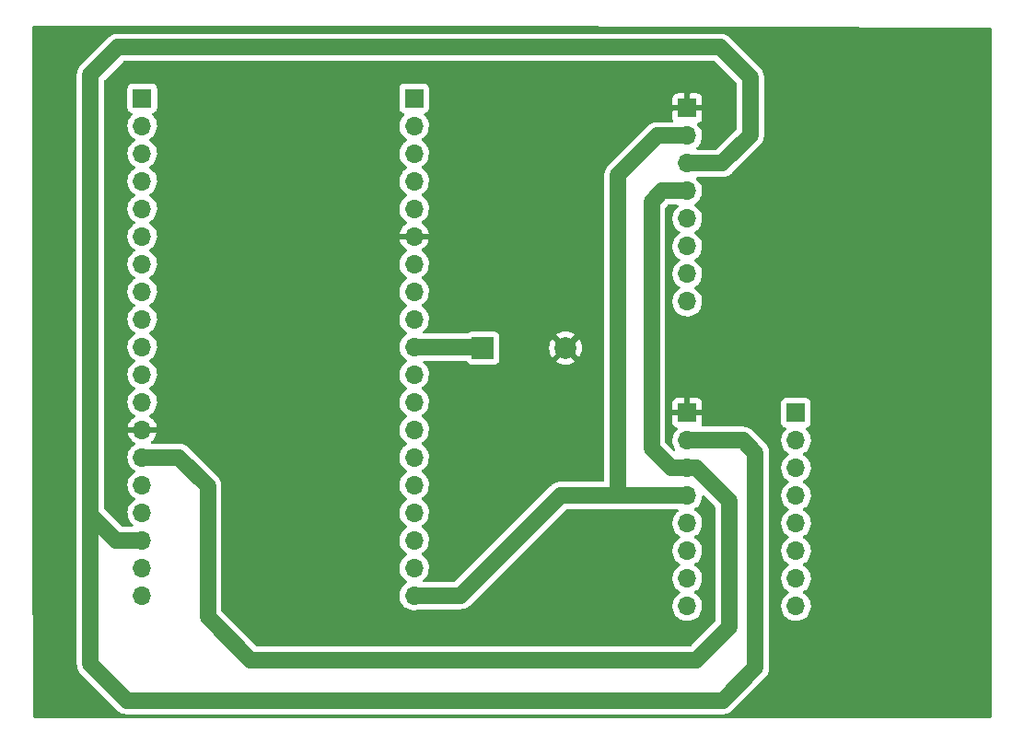
<source format=gbr>
%TF.GenerationSoftware,KiCad,Pcbnew,(6.0.7)*%
%TF.CreationDate,2022-12-05T15:03:58-06:00*%
%TF.ProjectId,oxPSB,6f785053-422e-46b6-9963-61645f706362,rev?*%
%TF.SameCoordinates,Original*%
%TF.FileFunction,Copper,L1,Top*%
%TF.FilePolarity,Positive*%
%FSLAX46Y46*%
G04 Gerber Fmt 4.6, Leading zero omitted, Abs format (unit mm)*
G04 Created by KiCad (PCBNEW (6.0.7)) date 2022-12-05 15:03:58*
%MOMM*%
%LPD*%
G01*
G04 APERTURE LIST*
%TA.AperFunction,ComponentPad*%
%ADD10R,1.700000X1.700000*%
%TD*%
%TA.AperFunction,ComponentPad*%
%ADD11O,1.700000X1.700000*%
%TD*%
%TA.AperFunction,ComponentPad*%
%ADD12R,2.000000X2.000000*%
%TD*%
%TA.AperFunction,ComponentPad*%
%ADD13C,2.000000*%
%TD*%
%TA.AperFunction,Conductor*%
%ADD14C,1.500000*%
%TD*%
%TA.AperFunction,Conductor*%
%ADD15C,0.250000*%
%TD*%
G04 APERTURE END LIST*
D10*
%TO.P,J5,1,Pin_1*%
%TO.N,Earth*%
X91109800Y-51917600D03*
D11*
%TO.P,J5,2,Pin_2*%
%TO.N,VCC*%
X91109800Y-54457600D03*
%TO.P,J5,3,Pin_3*%
%TO.N,Net-(J1-Pad17)*%
X91109800Y-56997600D03*
%TO.P,J5,4,Pin_4*%
%TO.N,Net-(J1-Pad14)*%
X91109800Y-59537600D03*
%TO.P,J5,5,Pin_5*%
%TO.N,unconnected-(J5-Pad5)*%
X91109800Y-62077600D03*
%TO.P,J5,6,Pin_6*%
%TO.N,unconnected-(J5-Pad6)*%
X91109800Y-64617600D03*
%TO.P,J5,7,Pin_7*%
%TO.N,unconnected-(J5-Pad7)*%
X91109800Y-67157600D03*
%TO.P,J5,8,Pin_8*%
%TO.N,unconnected-(J5-Pad8)*%
X91109800Y-69697600D03*
%TD*%
D10*
%TO.P,J4,1,Pin_1*%
%TO.N,unconnected-(J4-Pad1)*%
X101109800Y-79917600D03*
D11*
%TO.P,J4,2,Pin_2*%
%TO.N,unconnected-(J4-Pad2)*%
X101109800Y-82457600D03*
%TO.P,J4,3,Pin_3*%
%TO.N,unconnected-(J4-Pad3)*%
X101109800Y-84997600D03*
%TO.P,J4,4,Pin_4*%
%TO.N,unconnected-(J4-Pad4)*%
X101109800Y-87537600D03*
%TO.P,J4,5,Pin_5*%
%TO.N,unconnected-(J4-Pad5)*%
X101109800Y-90077600D03*
%TO.P,J4,6,Pin_6*%
%TO.N,unconnected-(J4-Pad6)*%
X101109800Y-92617600D03*
%TO.P,J4,7,Pin_7*%
%TO.N,unconnected-(J4-Pad7)*%
X101109800Y-95157600D03*
%TO.P,J4,8,Pin_8*%
%TO.N,unconnected-(J4-Pad8)*%
X101109800Y-97697600D03*
%TD*%
%TO.P,J3,8,Pin_8*%
%TO.N,unconnected-(J3-Pad8)*%
X91109800Y-97697600D03*
%TO.P,J3,7,Pin_7*%
%TO.N,unconnected-(J3-Pad7)*%
X91109800Y-95157600D03*
%TO.P,J3,6,Pin_6*%
%TO.N,unconnected-(J3-Pad6)*%
X91109800Y-92617600D03*
%TO.P,J3,5,Pin_5*%
%TO.N,unconnected-(J3-Pad5)*%
X91109800Y-90077600D03*
%TO.P,J3,4,Pin_4*%
%TO.N,VCC*%
X91109800Y-87537600D03*
%TO.P,J3,3,Pin_3*%
%TO.N,Net-(J1-Pad14)*%
X91109800Y-84997600D03*
%TO.P,J3,2,Pin_2*%
%TO.N,Net-(J1-Pad17)*%
X91109800Y-82457600D03*
D10*
%TO.P,J3,1,Pin_1*%
%TO.N,Earth*%
X91109800Y-79917600D03*
%TD*%
%TO.P,J2,1,Pin_1*%
%TO.N,unconnected-(J2-Pad1)*%
X66000000Y-51000000D03*
D11*
%TO.P,J2,2,Pin_2*%
%TO.N,unconnected-(J2-Pad2)*%
X66000000Y-53540000D03*
%TO.P,J2,3,Pin_3*%
%TO.N,unconnected-(J2-Pad3)*%
X66000000Y-56080000D03*
%TO.P,J2,4,Pin_4*%
%TO.N,unconnected-(J2-Pad4)*%
X66000000Y-58620000D03*
%TO.P,J2,5,Pin_5*%
%TO.N,unconnected-(J2-Pad5)*%
X66000000Y-61160000D03*
%TO.P,J2,6,Pin_6*%
%TO.N,Earth*%
X66000000Y-63700000D03*
%TO.P,J2,7,Pin_7*%
%TO.N,unconnected-(J2-Pad7)*%
X66000000Y-66240000D03*
%TO.P,J2,8,Pin_8*%
%TO.N,unconnected-(J2-Pad8)*%
X66000000Y-68780000D03*
%TO.P,J2,9,Pin_9*%
%TO.N,unconnected-(J2-Pad9)*%
X66000000Y-71320000D03*
%TO.P,J2,10,Pin_10*%
%TO.N,Net-(BZ1-Pad1)*%
X66000000Y-73860000D03*
%TO.P,J2,11,Pin_11*%
%TO.N,unconnected-(J2-Pad11)*%
X66000000Y-76400000D03*
%TO.P,J2,12,Pin_12*%
%TO.N,unconnected-(J2-Pad12)*%
X66000000Y-78940000D03*
%TO.P,J2,13,Pin_13*%
%TO.N,unconnected-(J2-Pad13)*%
X66000000Y-81480000D03*
%TO.P,J2,14,Pin_14*%
%TO.N,unconnected-(J2-Pad14)*%
X66000000Y-84020000D03*
%TO.P,J2,15,Pin_15*%
%TO.N,unconnected-(J2-Pad15)*%
X66000000Y-86560000D03*
%TO.P,J2,16,Pin_16*%
%TO.N,unconnected-(J2-Pad16)*%
X66000000Y-89100000D03*
%TO.P,J2,17,Pin_17*%
%TO.N,unconnected-(J2-Pad17)*%
X66000000Y-91640000D03*
%TO.P,J2,18,Pin_18*%
%TO.N,unconnected-(J2-Pad18)*%
X66000000Y-94180000D03*
%TO.P,J2,19,Pin_19*%
%TO.N,VCC*%
X66000000Y-96720000D03*
%TD*%
D10*
%TO.P,J1,1,Pin_1*%
%TO.N,unconnected-(J1-Pad1)*%
X41000000Y-51000000D03*
D11*
%TO.P,J1,2,Pin_2*%
%TO.N,unconnected-(J1-Pad2)*%
X41000000Y-53540000D03*
%TO.P,J1,3,Pin_3*%
%TO.N,unconnected-(J1-Pad3)*%
X41000000Y-56080000D03*
%TO.P,J1,4,Pin_4*%
%TO.N,unconnected-(J1-Pad4)*%
X41000000Y-58620000D03*
%TO.P,J1,5,Pin_5*%
%TO.N,unconnected-(J1-Pad5)*%
X41000000Y-61160000D03*
%TO.P,J1,6,Pin_6*%
%TO.N,unconnected-(J1-Pad6)*%
X41000000Y-63700000D03*
%TO.P,J1,7,Pin_7*%
%TO.N,unconnected-(J1-Pad7)*%
X41000000Y-66240000D03*
%TO.P,J1,8,Pin_8*%
%TO.N,unconnected-(J1-Pad8)*%
X41000000Y-68780000D03*
%TO.P,J1,9,Pin_9*%
%TO.N,unconnected-(J1-Pad9)*%
X41000000Y-71320000D03*
%TO.P,J1,10,Pin_10*%
%TO.N,unconnected-(J1-Pad10)*%
X41000000Y-73860000D03*
%TO.P,J1,11,Pin_11*%
%TO.N,unconnected-(J1-Pad11)*%
X41000000Y-76400000D03*
%TO.P,J1,12,Pin_12*%
%TO.N,unconnected-(J1-Pad12)*%
X41000000Y-78940000D03*
%TO.P,J1,13,Pin_13*%
%TO.N,Earth*%
X41000000Y-81480000D03*
%TO.P,J1,14,Pin_14*%
%TO.N,Net-(J1-Pad14)*%
X41000000Y-84020000D03*
%TO.P,J1,15,Pin_15*%
%TO.N,unconnected-(J1-Pad15)*%
X41000000Y-86560000D03*
%TO.P,J1,16,Pin_16*%
%TO.N,unconnected-(J1-Pad16)*%
X41000000Y-89100000D03*
%TO.P,J1,17,Pin_17*%
%TO.N,Net-(J1-Pad17)*%
X41000000Y-91640000D03*
%TO.P,J1,18,Pin_18*%
%TO.N,unconnected-(J1-Pad18)*%
X41000000Y-94180000D03*
%TO.P,J1,19,Pin_19*%
%TO.N,unconnected-(J1-Pad19)*%
X41000000Y-96720000D03*
%TD*%
D12*
%TO.P,BZ1,1,-*%
%TO.N,Net-(BZ1-Pad1)*%
X72323800Y-73964800D03*
D13*
%TO.P,BZ1,2,+*%
%TO.N,Earth*%
X79923800Y-73964800D03*
%TD*%
D14*
%TO.N,Net-(J1-Pad14)*%
X91906400Y-84997600D02*
X91109800Y-84997600D01*
X94945200Y-88036400D02*
X91906400Y-84997600D01*
X47015400Y-98704400D02*
X50952400Y-102641400D01*
X47015400Y-86664800D02*
X47015400Y-98704400D01*
X50952400Y-102641400D02*
X91948000Y-102641400D01*
X44370600Y-84020000D02*
X47015400Y-86664800D01*
X94945200Y-99644200D02*
X94945200Y-88036400D01*
X41000000Y-84020000D02*
X44370600Y-84020000D01*
X91948000Y-102641400D02*
X94945200Y-99644200D01*
D15*
%TO.N,Net-(BZ1-Pad1)*%
X72219000Y-73860000D02*
X72323800Y-73964800D01*
D14*
X66000000Y-73860000D02*
X72219000Y-73860000D01*
%TO.N,Net-(J1-Pad17)*%
X36245800Y-103047800D02*
X36245800Y-89281000D01*
X97383600Y-103352600D02*
X94361000Y-106375200D01*
X97383600Y-83616800D02*
X97383600Y-103352600D01*
X39573200Y-106375200D02*
X36245800Y-103047800D01*
X96224400Y-82457600D02*
X97383600Y-83616800D01*
X91109800Y-82457600D02*
X96224400Y-82457600D01*
X94361000Y-106375200D02*
X39573200Y-106375200D01*
X38604800Y-91640000D02*
X41000000Y-91640000D01*
X36245800Y-48844200D02*
X36245800Y-89281000D01*
X38760400Y-46329600D02*
X36245800Y-48844200D01*
X96901000Y-54406800D02*
X96901000Y-49072800D01*
X96901000Y-49072800D02*
X94157800Y-46329600D01*
X94157800Y-46329600D02*
X38760400Y-46329600D01*
X94310200Y-56997600D02*
X96901000Y-54406800D01*
X91109800Y-56997600D02*
X94310200Y-56997600D01*
X36245800Y-89281000D02*
X38604800Y-91640000D01*
%TO.N,Net-(J1-Pad14)*%
X87833200Y-83210400D02*
X89620400Y-84997600D01*
X89620400Y-84997600D02*
X91109800Y-84997600D01*
X87833200Y-60502800D02*
X87833200Y-83210400D01*
X88798400Y-59537600D02*
X87833200Y-60502800D01*
X91109800Y-59537600D02*
X88798400Y-59537600D01*
%TO.N,VCC*%
X84750600Y-58073600D02*
X84750600Y-87537600D01*
X91109800Y-54457600D02*
X88366600Y-54457600D01*
X79442000Y-87537600D02*
X84750600Y-87537600D01*
X88366600Y-54457600D02*
X84750600Y-58073600D01*
X84750600Y-87537600D02*
X91109800Y-87537600D01*
X70259600Y-96720000D02*
X79442000Y-87537600D01*
X66000000Y-96720000D02*
X70259600Y-96720000D01*
%TD*%
%TA.AperFunction,Conductor*%
%TO.N,Earth*%
G36*
X71070680Y-44323501D02*
G01*
X118949098Y-44474841D01*
X119017155Y-44495058D01*
X119063479Y-44548860D01*
X119074700Y-44600840D01*
X119074700Y-107874300D01*
X119054698Y-107942421D01*
X119001042Y-107988914D01*
X118948700Y-108000300D01*
X40565700Y-108000300D01*
X31087822Y-107975725D01*
X31019755Y-107955546D01*
X30973401Y-107901770D01*
X30962151Y-107850177D01*
X30961389Y-107637414D01*
X30944749Y-102994886D01*
X34983321Y-102994886D01*
X34983586Y-103000498D01*
X34987160Y-103076288D01*
X34987300Y-103082224D01*
X34987300Y-103104799D01*
X34987550Y-103107596D01*
X34989619Y-103130788D01*
X34989978Y-103136048D01*
X34993904Y-103219288D01*
X34995154Y-103224747D01*
X34995155Y-103224752D01*
X34997908Y-103236770D01*
X35000589Y-103253699D01*
X35002183Y-103271562D01*
X35003665Y-103276978D01*
X35003665Y-103276980D01*
X35024170Y-103351933D01*
X35025456Y-103357051D01*
X35044058Y-103438270D01*
X35048537Y-103448770D01*
X35051094Y-103454767D01*
X35056727Y-103470942D01*
X35058946Y-103479051D01*
X35061463Y-103488251D01*
X35063879Y-103493316D01*
X35097339Y-103563467D01*
X35099510Y-103568276D01*
X35112158Y-103597929D01*
X35132197Y-103644909D01*
X35142051Y-103659910D01*
X35150454Y-103674825D01*
X35158178Y-103691018D01*
X35161448Y-103695569D01*
X35161450Y-103695572D01*
X35173491Y-103712328D01*
X35205738Y-103757204D01*
X35206799Y-103758681D01*
X35209789Y-103763032D01*
X35252996Y-103828810D01*
X35253002Y-103828818D01*
X35255535Y-103832674D01*
X35274057Y-103853462D01*
X35282290Y-103863739D01*
X35289271Y-103873454D01*
X35338384Y-103921048D01*
X35366055Y-103947863D01*
X35367465Y-103949252D01*
X38618675Y-107200463D01*
X38629542Y-107212853D01*
X38643077Y-107230492D01*
X38669951Y-107254945D01*
X38703374Y-107285358D01*
X38707669Y-107289457D01*
X38723610Y-107305398D01*
X38743636Y-107322142D01*
X38747591Y-107325592D01*
X38809236Y-107381685D01*
X38813990Y-107384667D01*
X38824430Y-107391216D01*
X38838290Y-107401285D01*
X38852053Y-107412793D01*
X38856934Y-107415577D01*
X38924418Y-107454069D01*
X38928948Y-107456779D01*
X38999544Y-107501064D01*
X39004748Y-107503156D01*
X39016183Y-107507753D01*
X39031613Y-107515212D01*
X39042319Y-107521319D01*
X39042328Y-107521323D01*
X39047193Y-107524098D01*
X39125746Y-107551915D01*
X39130658Y-107553771D01*
X39207983Y-107584856D01*
X39213473Y-107585993D01*
X39225549Y-107588494D01*
X39242044Y-107593099D01*
X39258959Y-107599089D01*
X39341210Y-107612559D01*
X39346380Y-107613517D01*
X39374381Y-107619316D01*
X39411950Y-107627096D01*
X39427967Y-107630413D01*
X39432579Y-107630679D01*
X39432580Y-107630679D01*
X39455748Y-107632015D01*
X39468853Y-107633462D01*
X39475110Y-107634486D01*
X39475114Y-107634486D01*
X39480657Y-107635394D01*
X39486270Y-107635306D01*
X39486272Y-107635306D01*
X39587464Y-107633716D01*
X39589443Y-107633700D01*
X94269604Y-107633700D01*
X94286051Y-107634778D01*
X94302516Y-107636946D01*
X94302520Y-107636946D01*
X94308086Y-107637679D01*
X94389489Y-107633840D01*
X94395424Y-107633700D01*
X94417999Y-107633700D01*
X94443989Y-107631381D01*
X94449248Y-107631022D01*
X94532488Y-107627096D01*
X94537947Y-107625846D01*
X94537952Y-107625845D01*
X94549970Y-107623092D01*
X94566899Y-107620411D01*
X94584762Y-107618817D01*
X94590178Y-107617335D01*
X94590180Y-107617335D01*
X94665133Y-107596830D01*
X94670251Y-107595544D01*
X94746000Y-107578195D01*
X94746002Y-107578194D01*
X94751470Y-107576942D01*
X94761970Y-107572463D01*
X94767967Y-107569906D01*
X94784142Y-107564273D01*
X94796039Y-107561018D01*
X94796043Y-107561017D01*
X94801451Y-107559537D01*
X94871826Y-107525970D01*
X94876667Y-107523661D01*
X94881476Y-107521490D01*
X94952949Y-107491004D01*
X94952950Y-107491004D01*
X94958109Y-107488803D01*
X94973110Y-107478949D01*
X94988025Y-107470546D01*
X95004218Y-107462822D01*
X95008769Y-107459552D01*
X95008772Y-107459550D01*
X95041996Y-107435676D01*
X95071892Y-107414194D01*
X95076232Y-107411211D01*
X95142010Y-107368004D01*
X95142018Y-107367998D01*
X95145874Y-107365465D01*
X95166662Y-107346943D01*
X95176939Y-107338710D01*
X95186654Y-107331729D01*
X95261063Y-107254945D01*
X95262452Y-107253535D01*
X98208859Y-104307128D01*
X98221251Y-104296260D01*
X98234443Y-104286138D01*
X98234451Y-104286131D01*
X98238892Y-104282723D01*
X98293768Y-104222415D01*
X98297867Y-104218120D01*
X98313798Y-104202189D01*
X98330534Y-104182173D01*
X98333979Y-104178224D01*
X98386303Y-104120721D01*
X98386306Y-104120717D01*
X98390085Y-104116564D01*
X98399613Y-104101375D01*
X98409691Y-104087503D01*
X98417592Y-104078055D01*
X98417597Y-104078048D01*
X98421194Y-104073746D01*
X98462487Y-104001352D01*
X98465192Y-103996832D01*
X98506486Y-103931004D01*
X98506488Y-103931001D01*
X98509464Y-103926256D01*
X98516152Y-103909621D01*
X98523612Y-103894189D01*
X98529720Y-103883481D01*
X98529724Y-103883472D01*
X98532499Y-103878607D01*
X98534368Y-103873330D01*
X98534370Y-103873325D01*
X98560315Y-103800058D01*
X98562180Y-103795122D01*
X98591166Y-103723016D01*
X98593256Y-103717817D01*
X98596894Y-103700250D01*
X98601499Y-103683756D01*
X98607489Y-103666841D01*
X98620959Y-103584590D01*
X98621919Y-103579411D01*
X98623951Y-103569602D01*
X98638813Y-103497833D01*
X98639135Y-103492243D01*
X98640415Y-103470052D01*
X98641862Y-103456947D01*
X98642886Y-103450690D01*
X98642886Y-103450686D01*
X98643794Y-103445143D01*
X98642116Y-103338336D01*
X98642100Y-103336357D01*
X98642100Y-97664295D01*
X99747051Y-97664295D01*
X99747348Y-97669448D01*
X99747348Y-97669451D01*
X99752637Y-97761173D01*
X99759910Y-97887315D01*
X99761047Y-97892361D01*
X99761048Y-97892367D01*
X99777218Y-97964116D01*
X99809022Y-98105239D01*
X99893066Y-98312216D01*
X100009787Y-98502688D01*
X100156050Y-98671538D01*
X100327926Y-98814232D01*
X100520800Y-98926938D01*
X100525625Y-98928780D01*
X100525626Y-98928781D01*
X100598412Y-98956575D01*
X100729492Y-99006630D01*
X100734560Y-99007661D01*
X100734563Y-99007662D01*
X100841817Y-99029483D01*
X100948397Y-99051167D01*
X100953572Y-99051357D01*
X100953574Y-99051357D01*
X101166473Y-99059164D01*
X101166477Y-99059164D01*
X101171637Y-99059353D01*
X101176757Y-99058697D01*
X101176759Y-99058697D01*
X101388088Y-99031625D01*
X101388089Y-99031625D01*
X101393216Y-99030968D01*
X101398166Y-99029483D01*
X101602229Y-98968261D01*
X101602234Y-98968259D01*
X101607184Y-98966774D01*
X101807794Y-98868496D01*
X101989660Y-98738773D01*
X102147896Y-98581089D01*
X102207394Y-98498289D01*
X102275235Y-98403877D01*
X102278253Y-98399677D01*
X102377230Y-98199411D01*
X102428996Y-98029030D01*
X102440665Y-97990623D01*
X102440665Y-97990621D01*
X102442170Y-97985669D01*
X102471329Y-97764190D01*
X102471492Y-97757529D01*
X102472874Y-97700965D01*
X102472874Y-97700961D01*
X102472956Y-97697600D01*
X102454652Y-97474961D01*
X102400231Y-97258302D01*
X102311154Y-97053440D01*
X102271706Y-96992462D01*
X102192622Y-96870217D01*
X102192620Y-96870214D01*
X102189814Y-96865877D01*
X102039470Y-96700651D01*
X102035419Y-96697452D01*
X102035415Y-96697448D01*
X101868214Y-96565400D01*
X101868210Y-96565398D01*
X101864159Y-96562198D01*
X101822853Y-96539396D01*
X101772884Y-96488964D01*
X101758112Y-96419521D01*
X101783228Y-96353116D01*
X101810580Y-96326509D01*
X101874799Y-96280702D01*
X101989660Y-96198773D01*
X102147896Y-96041089D01*
X102207394Y-95958289D01*
X102275235Y-95863877D01*
X102278253Y-95859677D01*
X102345778Y-95723051D01*
X102374936Y-95664053D01*
X102374937Y-95664051D01*
X102377230Y-95659411D01*
X102442170Y-95445669D01*
X102471329Y-95224190D01*
X102472956Y-95157600D01*
X102454652Y-94934961D01*
X102400231Y-94718302D01*
X102311154Y-94513440D01*
X102271706Y-94452462D01*
X102192622Y-94330217D01*
X102192620Y-94330214D01*
X102189814Y-94325877D01*
X102039470Y-94160651D01*
X102035419Y-94157452D01*
X102035415Y-94157448D01*
X101868214Y-94025400D01*
X101868210Y-94025398D01*
X101864159Y-94022198D01*
X101822853Y-93999396D01*
X101772884Y-93948964D01*
X101758112Y-93879521D01*
X101783228Y-93813116D01*
X101810580Y-93786509D01*
X101874799Y-93740702D01*
X101989660Y-93658773D01*
X102147896Y-93501089D01*
X102207394Y-93418289D01*
X102275235Y-93323877D01*
X102278253Y-93319677D01*
X102345778Y-93183051D01*
X102374936Y-93124053D01*
X102374937Y-93124051D01*
X102377230Y-93119411D01*
X102442170Y-92905669D01*
X102471329Y-92684190D01*
X102471906Y-92660580D01*
X102472874Y-92620965D01*
X102472874Y-92620961D01*
X102472956Y-92617600D01*
X102454652Y-92394961D01*
X102400231Y-92178302D01*
X102311154Y-91973440D01*
X102271706Y-91912462D01*
X102192622Y-91790217D01*
X102192620Y-91790214D01*
X102189814Y-91785877D01*
X102039470Y-91620651D01*
X102035419Y-91617452D01*
X102035415Y-91617448D01*
X101868214Y-91485400D01*
X101868210Y-91485398D01*
X101864159Y-91482198D01*
X101822853Y-91459396D01*
X101772884Y-91408964D01*
X101758112Y-91339521D01*
X101783228Y-91273116D01*
X101810580Y-91246509D01*
X101874799Y-91200702D01*
X101989660Y-91118773D01*
X102147896Y-90961089D01*
X102207394Y-90878289D01*
X102275235Y-90783877D01*
X102278253Y-90779677D01*
X102345778Y-90643051D01*
X102374936Y-90584053D01*
X102374937Y-90584051D01*
X102377230Y-90579411D01*
X102442170Y-90365669D01*
X102471329Y-90144190D01*
X102472956Y-90077600D01*
X102454652Y-89854961D01*
X102400231Y-89638302D01*
X102311154Y-89433440D01*
X102230966Y-89309488D01*
X102192622Y-89250217D01*
X102192620Y-89250214D01*
X102189814Y-89245877D01*
X102039470Y-89080651D01*
X102035419Y-89077452D01*
X102035415Y-89077448D01*
X101868214Y-88945400D01*
X101868210Y-88945398D01*
X101864159Y-88942198D01*
X101822853Y-88919396D01*
X101772884Y-88868964D01*
X101758112Y-88799521D01*
X101783228Y-88733116D01*
X101810580Y-88706509D01*
X101874799Y-88660702D01*
X101989660Y-88578773D01*
X102147896Y-88421089D01*
X102207394Y-88338289D01*
X102275235Y-88243877D01*
X102278253Y-88239677D01*
X102345778Y-88103051D01*
X102374936Y-88044053D01*
X102374937Y-88044051D01*
X102377230Y-88039411D01*
X102442170Y-87825669D01*
X102471329Y-87604190D01*
X102472956Y-87537600D01*
X102454652Y-87314961D01*
X102400231Y-87098302D01*
X102311154Y-86893440D01*
X102222366Y-86756195D01*
X102192622Y-86710217D01*
X102192620Y-86710214D01*
X102189814Y-86705877D01*
X102039470Y-86540651D01*
X102035419Y-86537452D01*
X102035415Y-86537448D01*
X101868214Y-86405400D01*
X101868210Y-86405398D01*
X101864159Y-86402198D01*
X101822853Y-86379396D01*
X101772884Y-86328964D01*
X101758112Y-86259521D01*
X101783228Y-86193116D01*
X101810580Y-86166509D01*
X101874799Y-86120702D01*
X101989660Y-86038773D01*
X102001835Y-86026641D01*
X102117020Y-85911857D01*
X102147896Y-85881089D01*
X102168158Y-85852892D01*
X102275235Y-85703877D01*
X102278253Y-85699677D01*
X102345778Y-85563051D01*
X102374936Y-85504053D01*
X102374937Y-85504051D01*
X102377230Y-85499411D01*
X102432761Y-85316638D01*
X102440665Y-85290623D01*
X102440665Y-85290621D01*
X102442170Y-85285669D01*
X102471329Y-85064190D01*
X102472956Y-84997600D01*
X102454652Y-84774961D01*
X102400231Y-84558302D01*
X102311154Y-84353440D01*
X102271706Y-84292462D01*
X102192622Y-84170217D01*
X102192620Y-84170214D01*
X102189814Y-84165877D01*
X102039470Y-84000651D01*
X102035419Y-83997452D01*
X102035415Y-83997448D01*
X101868214Y-83865400D01*
X101868210Y-83865398D01*
X101864159Y-83862198D01*
X101822853Y-83839396D01*
X101772884Y-83788964D01*
X101758112Y-83719521D01*
X101783228Y-83653116D01*
X101810580Y-83626509D01*
X101874799Y-83580702D01*
X101989660Y-83498773D01*
X102147896Y-83341089D01*
X102182173Y-83293388D01*
X102275235Y-83163877D01*
X102278253Y-83159677D01*
X102303862Y-83107862D01*
X102374936Y-82964053D01*
X102374937Y-82964051D01*
X102377230Y-82959411D01*
X102422866Y-82809207D01*
X102440665Y-82750623D01*
X102440665Y-82750621D01*
X102442170Y-82745669D01*
X102471329Y-82524190D01*
X102472956Y-82457600D01*
X102454652Y-82234961D01*
X102400231Y-82018302D01*
X102311154Y-81813440D01*
X102259762Y-81734000D01*
X102192622Y-81630217D01*
X102192620Y-81630214D01*
X102189814Y-81625877D01*
X102186332Y-81622050D01*
X102042598Y-81464088D01*
X102011546Y-81400242D01*
X102019941Y-81329743D01*
X102065117Y-81274975D01*
X102091561Y-81261306D01*
X102194789Y-81222607D01*
X102206505Y-81218215D01*
X102323061Y-81130861D01*
X102410415Y-81014305D01*
X102461545Y-80877916D01*
X102468300Y-80815734D01*
X102468300Y-79019466D01*
X102461545Y-78957284D01*
X102410415Y-78820895D01*
X102323061Y-78704339D01*
X102206505Y-78616985D01*
X102070116Y-78565855D01*
X102007934Y-78559100D01*
X100211666Y-78559100D01*
X100149484Y-78565855D01*
X100013095Y-78616985D01*
X99896539Y-78704339D01*
X99809185Y-78820895D01*
X99758055Y-78957284D01*
X99751300Y-79019466D01*
X99751300Y-80815734D01*
X99758055Y-80877916D01*
X99809185Y-81014305D01*
X99896539Y-81130861D01*
X100013095Y-81218215D01*
X100021504Y-81221367D01*
X100021505Y-81221368D01*
X100130251Y-81262135D01*
X100187016Y-81304776D01*
X100211716Y-81371338D01*
X100196509Y-81440687D01*
X100177116Y-81467168D01*
X100050429Y-81599738D01*
X99924543Y-81784280D01*
X99908803Y-81818190D01*
X99832853Y-81981811D01*
X99830488Y-81986905D01*
X99770789Y-82202170D01*
X99747051Y-82424295D01*
X99747348Y-82429448D01*
X99747348Y-82429451D01*
X99752637Y-82521173D01*
X99759910Y-82647315D01*
X99761047Y-82652361D01*
X99761048Y-82652367D01*
X99780919Y-82740539D01*
X99809022Y-82865239D01*
X99893066Y-83072216D01*
X99909331Y-83098758D01*
X99984344Y-83221168D01*
X100009787Y-83262688D01*
X100156050Y-83431538D01*
X100327926Y-83574232D01*
X100398395Y-83615411D01*
X100401245Y-83617076D01*
X100449969Y-83668714D01*
X100463040Y-83738497D01*
X100436309Y-83804269D01*
X100395855Y-83837627D01*
X100383407Y-83844107D01*
X100379274Y-83847210D01*
X100379271Y-83847212D01*
X100208900Y-83975130D01*
X100204765Y-83978235D01*
X100050429Y-84139738D01*
X99924543Y-84324280D01*
X99908803Y-84358190D01*
X99832853Y-84521811D01*
X99830488Y-84526905D01*
X99770789Y-84742170D01*
X99747051Y-84964295D01*
X99747348Y-84969448D01*
X99747348Y-84969451D01*
X99752637Y-85061173D01*
X99759910Y-85187315D01*
X99761047Y-85192361D01*
X99761048Y-85192367D01*
X99780460Y-85278500D01*
X99809022Y-85405239D01*
X99893066Y-85612216D01*
X99895765Y-85616620D01*
X99966848Y-85732617D01*
X100009787Y-85802688D01*
X100156050Y-85971538D01*
X100327926Y-86114232D01*
X100383143Y-86146498D01*
X100401245Y-86157076D01*
X100449969Y-86208714D01*
X100463040Y-86278497D01*
X100436309Y-86344269D01*
X100395855Y-86377627D01*
X100383407Y-86384107D01*
X100379274Y-86387210D01*
X100379271Y-86387212D01*
X100226938Y-86501587D01*
X100204765Y-86518235D01*
X100191753Y-86531851D01*
X100070723Y-86658502D01*
X100050429Y-86679738D01*
X99924543Y-86864280D01*
X99908803Y-86898190D01*
X99832853Y-87061811D01*
X99830488Y-87066905D01*
X99770789Y-87282170D01*
X99747051Y-87504295D01*
X99747348Y-87509448D01*
X99747348Y-87509451D01*
X99752637Y-87601173D01*
X99759910Y-87727315D01*
X99761047Y-87732361D01*
X99761048Y-87732367D01*
X99780919Y-87820539D01*
X99809022Y-87945239D01*
X99893066Y-88152216D01*
X99895765Y-88156620D01*
X99966848Y-88272617D01*
X100009787Y-88342688D01*
X100156050Y-88511538D01*
X100327926Y-88654232D01*
X100398395Y-88695411D01*
X100401245Y-88697076D01*
X100449969Y-88748714D01*
X100463040Y-88818497D01*
X100436309Y-88884269D01*
X100395855Y-88917627D01*
X100383407Y-88924107D01*
X100379274Y-88927210D01*
X100379271Y-88927212D01*
X100355047Y-88945400D01*
X100204765Y-89058235D01*
X100191753Y-89071851D01*
X100063509Y-89206051D01*
X100050429Y-89219738D01*
X99924543Y-89404280D01*
X99908803Y-89438190D01*
X99832853Y-89601811D01*
X99830488Y-89606905D01*
X99770789Y-89822170D01*
X99747051Y-90044295D01*
X99747348Y-90049448D01*
X99747348Y-90049451D01*
X99752637Y-90141173D01*
X99759910Y-90267315D01*
X99761047Y-90272361D01*
X99761048Y-90272367D01*
X99777326Y-90344595D01*
X99809022Y-90485239D01*
X99893066Y-90692216D01*
X99895765Y-90696620D01*
X99966848Y-90812617D01*
X100009787Y-90882688D01*
X100156050Y-91051538D01*
X100327926Y-91194232D01*
X100398395Y-91235411D01*
X100401245Y-91237076D01*
X100449969Y-91288714D01*
X100463040Y-91358497D01*
X100436309Y-91424269D01*
X100395855Y-91457627D01*
X100383407Y-91464107D01*
X100379274Y-91467210D01*
X100379271Y-91467212D01*
X100355047Y-91485400D01*
X100204765Y-91598235D01*
X100050429Y-91759738D01*
X99924543Y-91944280D01*
X99908803Y-91978190D01*
X99832853Y-92141811D01*
X99830488Y-92146905D01*
X99770789Y-92362170D01*
X99747051Y-92584295D01*
X99747348Y-92589448D01*
X99747348Y-92589451D01*
X99752637Y-92681173D01*
X99759910Y-92807315D01*
X99761047Y-92812361D01*
X99761048Y-92812367D01*
X99775694Y-92877355D01*
X99809022Y-93025239D01*
X99893066Y-93232216D01*
X99895765Y-93236620D01*
X99966848Y-93352617D01*
X100009787Y-93422688D01*
X100156050Y-93591538D01*
X100327926Y-93734232D01*
X100398395Y-93775411D01*
X100401245Y-93777076D01*
X100449969Y-93828714D01*
X100463040Y-93898497D01*
X100436309Y-93964269D01*
X100395855Y-93997627D01*
X100383407Y-94004107D01*
X100379274Y-94007210D01*
X100379271Y-94007212D01*
X100355047Y-94025400D01*
X100204765Y-94138235D01*
X100050429Y-94299738D01*
X99924543Y-94484280D01*
X99908803Y-94518190D01*
X99832853Y-94681811D01*
X99830488Y-94686905D01*
X99770789Y-94902170D01*
X99747051Y-95124295D01*
X99747348Y-95129448D01*
X99747348Y-95129451D01*
X99752637Y-95221173D01*
X99759910Y-95347315D01*
X99761047Y-95352361D01*
X99761048Y-95352367D01*
X99777326Y-95424595D01*
X99809022Y-95565239D01*
X99893066Y-95772216D01*
X99895765Y-95776620D01*
X99966848Y-95892617D01*
X100009787Y-95962688D01*
X100156050Y-96131538D01*
X100327926Y-96274232D01*
X100398395Y-96315411D01*
X100401245Y-96317076D01*
X100449969Y-96368714D01*
X100463040Y-96438497D01*
X100436309Y-96504269D01*
X100395855Y-96537627D01*
X100383407Y-96544107D01*
X100379274Y-96547210D01*
X100379271Y-96547212D01*
X100355047Y-96565400D01*
X100204765Y-96678235D01*
X100050429Y-96839738D01*
X99924543Y-97024280D01*
X99908803Y-97058190D01*
X99832853Y-97221811D01*
X99830488Y-97226905D01*
X99770789Y-97442170D01*
X99747051Y-97664295D01*
X98642100Y-97664295D01*
X98642100Y-83708195D01*
X98643178Y-83691748D01*
X98645346Y-83675283D01*
X98645346Y-83675279D01*
X98646079Y-83669713D01*
X98642240Y-83588311D01*
X98642100Y-83582376D01*
X98642100Y-83559801D01*
X98639781Y-83533811D01*
X98639422Y-83528549D01*
X98635760Y-83450913D01*
X98635496Y-83445312D01*
X98634184Y-83439580D01*
X98631492Y-83427830D01*
X98628811Y-83410900D01*
X98627716Y-83398632D01*
X98627217Y-83393038D01*
X98625662Y-83387352D01*
X98605230Y-83312667D01*
X98603944Y-83307549D01*
X98586595Y-83231800D01*
X98586594Y-83231798D01*
X98585342Y-83226330D01*
X98578306Y-83209833D01*
X98572673Y-83193658D01*
X98569418Y-83181761D01*
X98569417Y-83181757D01*
X98567937Y-83176349D01*
X98536215Y-83109842D01*
X98532061Y-83101133D01*
X98529890Y-83096324D01*
X98499404Y-83024851D01*
X98499404Y-83024850D01*
X98497203Y-83019691D01*
X98487349Y-83004690D01*
X98478943Y-82989770D01*
X98473635Y-82978641D01*
X98471222Y-82973582D01*
X98467954Y-82969034D01*
X98467951Y-82969029D01*
X98422598Y-82905914D01*
X98419609Y-82901565D01*
X98373865Y-82831925D01*
X98355347Y-82811141D01*
X98347098Y-82800845D01*
X98343697Y-82796111D01*
X98340129Y-82791146D01*
X98263377Y-82716768D01*
X98261967Y-82715379D01*
X97178925Y-81632337D01*
X97168057Y-81619946D01*
X97157933Y-81606752D01*
X97154523Y-81602308D01*
X97094226Y-81547442D01*
X97089931Y-81543343D01*
X97073990Y-81527402D01*
X97071840Y-81525604D01*
X97053977Y-81510668D01*
X97050002Y-81507200D01*
X96992512Y-81454888D01*
X96992503Y-81454881D01*
X96988364Y-81451115D01*
X96973173Y-81441586D01*
X96959307Y-81431511D01*
X96949851Y-81423604D01*
X96949841Y-81423597D01*
X96945546Y-81420006D01*
X96873152Y-81378713D01*
X96868632Y-81376008D01*
X96861188Y-81371338D01*
X96842462Y-81359591D01*
X96802804Y-81334714D01*
X96802801Y-81334712D01*
X96798056Y-81331736D01*
X96792851Y-81329643D01*
X96792848Y-81329642D01*
X96781421Y-81325048D01*
X96765989Y-81317588D01*
X96755281Y-81311480D01*
X96755272Y-81311476D01*
X96750407Y-81308701D01*
X96745130Y-81306832D01*
X96745125Y-81306830D01*
X96671858Y-81280885D01*
X96666922Y-81279020D01*
X96594816Y-81250034D01*
X96589617Y-81247944D01*
X96584130Y-81246808D01*
X96584128Y-81246807D01*
X96572051Y-81244306D01*
X96555556Y-81239701D01*
X96538641Y-81233711D01*
X96456390Y-81220241D01*
X96451220Y-81219283D01*
X96369633Y-81202387D01*
X96365021Y-81202121D01*
X96365020Y-81202121D01*
X96341852Y-81200785D01*
X96328747Y-81199338D01*
X96322490Y-81198314D01*
X96322486Y-81198314D01*
X96316943Y-81197406D01*
X96311330Y-81197494D01*
X96311328Y-81197494D01*
X96210136Y-81199084D01*
X96208157Y-81199100D01*
X92519847Y-81199100D01*
X92451726Y-81179098D01*
X92405233Y-81125442D01*
X92395129Y-81055168D01*
X92409326Y-81012593D01*
X92413122Y-81005659D01*
X92458278Y-80885206D01*
X92461905Y-80869951D01*
X92467431Y-80819086D01*
X92467800Y-80812272D01*
X92467800Y-80189715D01*
X92463325Y-80174476D01*
X92461935Y-80173271D01*
X92454252Y-80171600D01*
X89769916Y-80171600D01*
X89754677Y-80176075D01*
X89753472Y-80177465D01*
X89751801Y-80185148D01*
X89751801Y-80812269D01*
X89752171Y-80819090D01*
X89757695Y-80869952D01*
X89761321Y-80885204D01*
X89806476Y-81005654D01*
X89815014Y-81021249D01*
X89891515Y-81123324D01*
X89904076Y-81135885D01*
X90006151Y-81212386D01*
X90021746Y-81220924D01*
X90130627Y-81261742D01*
X90187391Y-81304384D01*
X90212091Y-81370945D01*
X90196883Y-81440294D01*
X90177491Y-81466775D01*
X90054000Y-81596001D01*
X90050429Y-81599738D01*
X89924543Y-81784280D01*
X89908803Y-81818190D01*
X89832853Y-81981811D01*
X89830488Y-81986905D01*
X89770789Y-82202170D01*
X89747051Y-82424295D01*
X89747348Y-82429448D01*
X89747348Y-82429451D01*
X89752637Y-82521173D01*
X89759910Y-82647315D01*
X89761047Y-82652361D01*
X89761048Y-82652367D01*
X89780919Y-82740539D01*
X89809022Y-82865239D01*
X89893066Y-83072216D01*
X89909331Y-83098758D01*
X89998792Y-83244746D01*
X90017330Y-83313280D01*
X89995873Y-83380957D01*
X89941234Y-83426290D01*
X89870760Y-83434886D01*
X89802264Y-83399676D01*
X89128605Y-82726017D01*
X89094579Y-82663705D01*
X89091700Y-82636922D01*
X89091700Y-79645485D01*
X89751800Y-79645485D01*
X89756275Y-79660724D01*
X89757665Y-79661929D01*
X89765348Y-79663600D01*
X90837685Y-79663600D01*
X90852924Y-79659125D01*
X90854129Y-79657735D01*
X90855800Y-79650052D01*
X90855800Y-79645485D01*
X91363800Y-79645485D01*
X91368275Y-79660724D01*
X91369665Y-79661929D01*
X91377348Y-79663600D01*
X92449684Y-79663600D01*
X92464923Y-79659125D01*
X92466128Y-79657735D01*
X92467799Y-79650052D01*
X92467799Y-79022931D01*
X92467429Y-79016110D01*
X92461905Y-78965248D01*
X92458279Y-78949996D01*
X92413124Y-78829546D01*
X92404586Y-78813951D01*
X92328085Y-78711876D01*
X92315524Y-78699315D01*
X92213449Y-78622814D01*
X92197854Y-78614276D01*
X92077406Y-78569122D01*
X92062151Y-78565495D01*
X92011286Y-78559969D01*
X92004472Y-78559600D01*
X91381915Y-78559600D01*
X91366676Y-78564075D01*
X91365471Y-78565465D01*
X91363800Y-78573148D01*
X91363800Y-79645485D01*
X90855800Y-79645485D01*
X90855800Y-78577716D01*
X90851325Y-78562477D01*
X90849935Y-78561272D01*
X90842252Y-78559601D01*
X90215131Y-78559601D01*
X90208310Y-78559971D01*
X90157448Y-78565495D01*
X90142196Y-78569121D01*
X90021746Y-78614276D01*
X90006151Y-78622814D01*
X89904076Y-78699315D01*
X89891515Y-78711876D01*
X89815014Y-78813951D01*
X89806476Y-78829546D01*
X89761322Y-78949994D01*
X89757695Y-78965249D01*
X89752169Y-79016114D01*
X89751800Y-79022928D01*
X89751800Y-79645485D01*
X89091700Y-79645485D01*
X89091700Y-61076277D01*
X89111702Y-61008156D01*
X89128605Y-60987182D01*
X89282782Y-60833005D01*
X89345094Y-60798979D01*
X89371877Y-60796100D01*
X90176227Y-60796100D01*
X90244348Y-60816102D01*
X90290841Y-60869758D01*
X90300945Y-60940032D01*
X90271451Y-61004612D01*
X90251880Y-61022860D01*
X90204765Y-61058235D01*
X90050429Y-61219738D01*
X89924543Y-61404280D01*
X89877515Y-61505593D01*
X89848715Y-61567639D01*
X89830488Y-61606905D01*
X89770789Y-61822170D01*
X89747051Y-62044295D01*
X89747348Y-62049448D01*
X89747348Y-62049451D01*
X89752811Y-62144190D01*
X89759910Y-62267315D01*
X89761047Y-62272361D01*
X89761048Y-62272367D01*
X89771665Y-62319476D01*
X89809022Y-62485239D01*
X89847261Y-62579411D01*
X89890034Y-62684748D01*
X89893066Y-62692216D01*
X89895765Y-62696620D01*
X90003616Y-62872617D01*
X90009787Y-62882688D01*
X90156050Y-63051538D01*
X90327926Y-63194232D01*
X90396489Y-63234297D01*
X90401245Y-63237076D01*
X90449969Y-63288714D01*
X90463040Y-63358497D01*
X90436309Y-63424269D01*
X90395855Y-63457627D01*
X90383407Y-63464107D01*
X90379274Y-63467210D01*
X90379271Y-63467212D01*
X90358880Y-63482522D01*
X90204765Y-63598235D01*
X90050429Y-63759738D01*
X89924543Y-63944280D01*
X89877516Y-64045592D01*
X89846563Y-64112275D01*
X89830488Y-64146905D01*
X89770789Y-64362170D01*
X89747051Y-64584295D01*
X89747348Y-64589448D01*
X89747348Y-64589451D01*
X89752811Y-64684190D01*
X89759910Y-64807315D01*
X89761047Y-64812361D01*
X89761048Y-64812367D01*
X89776943Y-64882894D01*
X89809022Y-65025239D01*
X89893066Y-65232216D01*
X89895765Y-65236620D01*
X90003616Y-65412617D01*
X90009787Y-65422688D01*
X90156050Y-65591538D01*
X90327926Y-65734232D01*
X90396489Y-65774297D01*
X90401245Y-65777076D01*
X90449969Y-65828714D01*
X90463040Y-65898497D01*
X90436309Y-65964269D01*
X90395855Y-65997627D01*
X90383407Y-66004107D01*
X90379274Y-66007210D01*
X90379271Y-66007212D01*
X90358880Y-66022522D01*
X90204765Y-66138235D01*
X90050429Y-66299738D01*
X89924543Y-66484280D01*
X89877515Y-66585593D01*
X89848715Y-66647639D01*
X89830488Y-66686905D01*
X89770789Y-66902170D01*
X89747051Y-67124295D01*
X89747348Y-67129448D01*
X89747348Y-67129451D01*
X89752811Y-67224190D01*
X89759910Y-67347315D01*
X89761047Y-67352361D01*
X89761048Y-67352367D01*
X89771665Y-67399476D01*
X89809022Y-67565239D01*
X89893066Y-67772216D01*
X89895765Y-67776620D01*
X90003616Y-67952617D01*
X90009787Y-67962688D01*
X90156050Y-68131538D01*
X90327926Y-68274232D01*
X90396489Y-68314297D01*
X90401245Y-68317076D01*
X90449969Y-68368714D01*
X90463040Y-68438497D01*
X90436309Y-68504269D01*
X90395855Y-68537627D01*
X90383407Y-68544107D01*
X90379274Y-68547210D01*
X90379271Y-68547212D01*
X90358880Y-68562522D01*
X90204765Y-68678235D01*
X90050429Y-68839738D01*
X89924543Y-69024280D01*
X89877516Y-69125592D01*
X89848715Y-69187639D01*
X89830488Y-69226905D01*
X89770789Y-69442170D01*
X89747051Y-69664295D01*
X89747348Y-69669448D01*
X89747348Y-69669451D01*
X89752811Y-69764190D01*
X89759910Y-69887315D01*
X89761047Y-69892361D01*
X89761048Y-69892367D01*
X89771665Y-69939476D01*
X89809022Y-70105239D01*
X89893066Y-70312216D01*
X89895765Y-70316620D01*
X90003616Y-70492617D01*
X90009787Y-70502688D01*
X90156050Y-70671538D01*
X90327926Y-70814232D01*
X90520800Y-70926938D01*
X90729492Y-71006630D01*
X90734560Y-71007661D01*
X90734563Y-71007662D01*
X90841817Y-71029483D01*
X90948397Y-71051167D01*
X90953572Y-71051357D01*
X90953574Y-71051357D01*
X91166473Y-71059164D01*
X91166477Y-71059164D01*
X91171637Y-71059353D01*
X91176757Y-71058697D01*
X91176759Y-71058697D01*
X91388088Y-71031625D01*
X91388089Y-71031625D01*
X91393216Y-71030968D01*
X91398166Y-71029483D01*
X91602229Y-70968261D01*
X91602234Y-70968259D01*
X91607184Y-70966774D01*
X91807794Y-70868496D01*
X91989660Y-70738773D01*
X92147896Y-70581089D01*
X92207394Y-70498289D01*
X92275235Y-70403877D01*
X92278253Y-70399677D01*
X92327203Y-70300635D01*
X92374936Y-70204053D01*
X92374937Y-70204051D01*
X92377230Y-70199411D01*
X92442170Y-69985669D01*
X92471329Y-69764190D01*
X92471499Y-69757240D01*
X92472874Y-69700965D01*
X92472874Y-69700961D01*
X92472956Y-69697600D01*
X92454652Y-69474961D01*
X92400231Y-69258302D01*
X92311154Y-69053440D01*
X92189814Y-68865877D01*
X92039470Y-68700651D01*
X92035419Y-68697452D01*
X92035415Y-68697448D01*
X91868214Y-68565400D01*
X91868210Y-68565398D01*
X91864159Y-68562198D01*
X91822853Y-68539396D01*
X91772884Y-68488964D01*
X91758112Y-68419521D01*
X91783228Y-68353116D01*
X91810580Y-68326509D01*
X91854403Y-68295250D01*
X91989660Y-68198773D01*
X92147896Y-68041089D01*
X92207394Y-67958289D01*
X92275235Y-67863877D01*
X92278253Y-67859677D01*
X92327203Y-67760635D01*
X92374936Y-67664053D01*
X92374937Y-67664051D01*
X92377230Y-67659411D01*
X92442170Y-67445669D01*
X92471329Y-67224190D01*
X92471499Y-67217240D01*
X92472874Y-67160965D01*
X92472874Y-67160961D01*
X92472956Y-67157600D01*
X92454652Y-66934961D01*
X92400231Y-66718302D01*
X92311154Y-66513440D01*
X92189814Y-66325877D01*
X92039470Y-66160651D01*
X92035419Y-66157452D01*
X92035415Y-66157448D01*
X91868214Y-66025400D01*
X91868210Y-66025398D01*
X91864159Y-66022198D01*
X91822853Y-65999396D01*
X91772884Y-65948964D01*
X91758112Y-65879521D01*
X91783228Y-65813116D01*
X91810580Y-65786509D01*
X91854403Y-65755250D01*
X91989660Y-65658773D01*
X92147896Y-65501089D01*
X92207394Y-65418289D01*
X92275235Y-65323877D01*
X92278253Y-65319677D01*
X92327203Y-65220635D01*
X92374936Y-65124053D01*
X92374937Y-65124051D01*
X92377230Y-65119411D01*
X92442170Y-64905669D01*
X92471329Y-64684190D01*
X92471508Y-64676883D01*
X92472874Y-64620965D01*
X92472874Y-64620961D01*
X92472956Y-64617600D01*
X92454652Y-64394961D01*
X92400231Y-64178302D01*
X92311154Y-63973440D01*
X92189814Y-63785877D01*
X92039470Y-63620651D01*
X92035419Y-63617452D01*
X92035415Y-63617448D01*
X91868214Y-63485400D01*
X91868210Y-63485398D01*
X91864159Y-63482198D01*
X91822853Y-63459396D01*
X91772884Y-63408964D01*
X91758112Y-63339521D01*
X91783228Y-63273116D01*
X91810580Y-63246509D01*
X91854403Y-63215250D01*
X91989660Y-63118773D01*
X92147896Y-62961089D01*
X92207394Y-62878289D01*
X92275235Y-62783877D01*
X92278253Y-62779677D01*
X92314054Y-62707240D01*
X92374936Y-62584053D01*
X92374937Y-62584051D01*
X92377230Y-62579411D01*
X92442170Y-62365669D01*
X92471329Y-62144190D01*
X92471499Y-62137240D01*
X92472874Y-62080965D01*
X92472874Y-62080961D01*
X92472956Y-62077600D01*
X92454652Y-61854961D01*
X92400231Y-61638302D01*
X92311154Y-61433440D01*
X92189814Y-61245877D01*
X92039470Y-61080651D01*
X92035419Y-61077452D01*
X92035415Y-61077448D01*
X91868214Y-60945400D01*
X91868210Y-60945398D01*
X91864159Y-60942198D01*
X91822853Y-60919396D01*
X91772884Y-60868964D01*
X91758112Y-60799521D01*
X91783228Y-60733116D01*
X91810580Y-60706509D01*
X91854403Y-60675250D01*
X91989660Y-60578773D01*
X92050564Y-60518082D01*
X92144235Y-60424737D01*
X92147896Y-60421089D01*
X92159666Y-60404710D01*
X92275235Y-60243877D01*
X92278253Y-60239677D01*
X92300780Y-60194098D01*
X92374936Y-60044053D01*
X92374937Y-60044051D01*
X92377230Y-60039411D01*
X92425079Y-59881921D01*
X92440665Y-59830623D01*
X92440665Y-59830621D01*
X92442170Y-59825669D01*
X92471329Y-59604190D01*
X92471499Y-59597240D01*
X92472874Y-59540965D01*
X92472874Y-59540961D01*
X92472956Y-59537600D01*
X92454652Y-59314961D01*
X92400231Y-59098302D01*
X92311154Y-58893440D01*
X92189814Y-58705877D01*
X92039470Y-58540651D01*
X92035419Y-58537452D01*
X92035415Y-58537448D01*
X91963916Y-58480982D01*
X91922853Y-58423065D01*
X91919621Y-58352142D01*
X91955246Y-58290730D01*
X92018418Y-58258328D01*
X92042008Y-58256100D01*
X94218804Y-58256100D01*
X94235251Y-58257178D01*
X94251716Y-58259346D01*
X94251720Y-58259346D01*
X94257286Y-58260079D01*
X94338689Y-58256240D01*
X94344624Y-58256100D01*
X94367199Y-58256100D01*
X94393189Y-58253781D01*
X94398448Y-58253422D01*
X94481688Y-58249496D01*
X94487147Y-58248246D01*
X94487152Y-58248245D01*
X94499170Y-58245492D01*
X94516099Y-58242811D01*
X94533962Y-58241217D01*
X94539378Y-58239735D01*
X94539380Y-58239735D01*
X94614333Y-58219230D01*
X94619451Y-58217944D01*
X94695200Y-58200595D01*
X94695202Y-58200594D01*
X94700670Y-58199342D01*
X94711170Y-58194863D01*
X94717167Y-58192306D01*
X94733342Y-58186673D01*
X94745239Y-58183418D01*
X94745243Y-58183417D01*
X94750651Y-58181937D01*
X94783392Y-58166320D01*
X94825867Y-58146061D01*
X94830676Y-58143890D01*
X94902149Y-58113404D01*
X94902150Y-58113404D01*
X94907309Y-58111203D01*
X94922310Y-58101349D01*
X94937225Y-58092946D01*
X94953418Y-58085222D01*
X94957969Y-58081952D01*
X94957972Y-58081950D01*
X95021081Y-58036601D01*
X95025432Y-58033611D01*
X95091210Y-57990404D01*
X95091218Y-57990398D01*
X95095074Y-57987865D01*
X95115862Y-57969343D01*
X95126139Y-57961110D01*
X95135854Y-57954129D01*
X95210262Y-57877346D01*
X95211651Y-57875936D01*
X97726263Y-55361325D01*
X97738654Y-55350457D01*
X97751848Y-55340333D01*
X97756292Y-55336923D01*
X97811158Y-55276626D01*
X97815257Y-55272331D01*
X97831198Y-55256390D01*
X97847942Y-55236364D01*
X97851401Y-55232399D01*
X97864139Y-55218401D01*
X97907485Y-55170764D01*
X97917016Y-55155570D01*
X97927085Y-55141710D01*
X97938593Y-55127947D01*
X97979869Y-55055582D01*
X97982579Y-55051053D01*
X98023885Y-54985205D01*
X98026864Y-54980456D01*
X98033553Y-54963817D01*
X98041012Y-54948387D01*
X98047119Y-54937681D01*
X98047123Y-54937672D01*
X98049898Y-54932807D01*
X98077712Y-54854262D01*
X98079573Y-54849337D01*
X98098635Y-54801921D01*
X98110656Y-54772017D01*
X98114296Y-54754439D01*
X98118902Y-54737946D01*
X98124888Y-54721041D01*
X98126550Y-54710896D01*
X98138352Y-54638823D01*
X98139314Y-54633633D01*
X98149558Y-54584171D01*
X98156213Y-54552033D01*
X98157816Y-54524237D01*
X98159263Y-54511131D01*
X98160286Y-54504886D01*
X98160287Y-54504879D01*
X98161193Y-54499343D01*
X98160538Y-54457600D01*
X98159516Y-54392570D01*
X98159500Y-54390591D01*
X98159500Y-49164196D01*
X98160578Y-49147749D01*
X98162747Y-49131272D01*
X98163479Y-49125714D01*
X98159640Y-49044304D01*
X98159500Y-49038369D01*
X98159500Y-49015801D01*
X98159252Y-49013018D01*
X98159251Y-49013004D01*
X98157182Y-48989823D01*
X98156823Y-48984560D01*
X98153161Y-48906916D01*
X98152897Y-48901312D01*
X98148892Y-48883823D01*
X98146212Y-48866904D01*
X98145115Y-48854621D01*
X98144617Y-48849038D01*
X98143137Y-48843627D01*
X98122631Y-48768670D01*
X98121345Y-48763552D01*
X98103994Y-48687797D01*
X98102742Y-48682330D01*
X98095707Y-48665837D01*
X98090072Y-48649655D01*
X98086820Y-48637767D01*
X98086817Y-48637758D01*
X98085337Y-48632349D01*
X98082922Y-48627286D01*
X98082918Y-48627275D01*
X98049466Y-48557143D01*
X98047293Y-48552332D01*
X98027086Y-48504955D01*
X98014604Y-48475692D01*
X98004756Y-48460700D01*
X97996344Y-48445771D01*
X97988622Y-48429582D01*
X97939996Y-48361911D01*
X97937013Y-48357571D01*
X97893805Y-48291792D01*
X97893801Y-48291787D01*
X97891265Y-48287926D01*
X97872751Y-48267146D01*
X97864506Y-48256855D01*
X97860807Y-48251707D01*
X97860803Y-48251703D01*
X97857529Y-48247146D01*
X97780777Y-48172768D01*
X97779367Y-48171379D01*
X95112325Y-45504337D01*
X95101457Y-45491946D01*
X95091333Y-45478752D01*
X95087923Y-45474308D01*
X95027626Y-45419442D01*
X95023331Y-45415343D01*
X95007390Y-45399402D01*
X95005240Y-45397604D01*
X94987377Y-45382668D01*
X94983402Y-45379200D01*
X94925912Y-45326888D01*
X94925903Y-45326881D01*
X94921764Y-45323115D01*
X94906573Y-45313586D01*
X94892707Y-45303511D01*
X94883251Y-45295604D01*
X94883241Y-45295597D01*
X94878946Y-45292006D01*
X94806552Y-45250713D01*
X94802032Y-45248008D01*
X94792420Y-45241978D01*
X94751002Y-45215997D01*
X94736204Y-45206714D01*
X94736201Y-45206712D01*
X94731456Y-45203736D01*
X94726251Y-45201643D01*
X94726248Y-45201642D01*
X94714821Y-45197048D01*
X94699389Y-45189588D01*
X94688681Y-45183480D01*
X94688672Y-45183476D01*
X94683807Y-45180701D01*
X94678530Y-45178832D01*
X94678525Y-45178830D01*
X94605258Y-45152885D01*
X94600322Y-45151020D01*
X94528216Y-45122034D01*
X94523017Y-45119944D01*
X94517530Y-45118808D01*
X94517528Y-45118807D01*
X94505451Y-45116306D01*
X94488956Y-45111701D01*
X94472041Y-45105711D01*
X94389790Y-45092241D01*
X94384620Y-45091283D01*
X94325096Y-45078956D01*
X94307558Y-45075324D01*
X94307557Y-45075324D01*
X94303033Y-45074387D01*
X94298421Y-45074121D01*
X94298420Y-45074121D01*
X94275252Y-45072785D01*
X94262147Y-45071338D01*
X94255890Y-45070314D01*
X94255886Y-45070314D01*
X94250343Y-45069406D01*
X94244730Y-45069494D01*
X94244728Y-45069494D01*
X94143536Y-45071084D01*
X94141557Y-45071100D01*
X38851795Y-45071100D01*
X38835348Y-45070022D01*
X38818883Y-45067854D01*
X38818879Y-45067854D01*
X38813313Y-45067121D01*
X38731911Y-45070960D01*
X38725975Y-45071100D01*
X38703401Y-45071100D01*
X38679286Y-45073252D01*
X38677413Y-45073419D01*
X38672150Y-45073778D01*
X38659239Y-45074387D01*
X38588911Y-45077704D01*
X38583448Y-45078955D01*
X38583442Y-45078956D01*
X38571432Y-45081707D01*
X38554500Y-45084389D01*
X38536638Y-45085983D01*
X38531227Y-45087463D01*
X38531223Y-45087464D01*
X38484557Y-45100231D01*
X38456248Y-45107976D01*
X38451150Y-45109256D01*
X38369930Y-45127858D01*
X38364769Y-45130059D01*
X38364770Y-45130059D01*
X38353433Y-45134894D01*
X38337258Y-45140527D01*
X38325361Y-45143782D01*
X38325357Y-45143783D01*
X38319949Y-45145263D01*
X38314883Y-45147679D01*
X38314884Y-45147679D01*
X38244733Y-45181139D01*
X38239924Y-45183310D01*
X38168451Y-45213796D01*
X38163291Y-45215997D01*
X38148290Y-45225851D01*
X38133375Y-45234254D01*
X38117182Y-45241978D01*
X38112634Y-45245246D01*
X38112629Y-45245249D01*
X38049514Y-45290602D01*
X38045177Y-45293582D01*
X37975525Y-45339335D01*
X37954744Y-45357851D01*
X37944448Y-45366100D01*
X37934746Y-45373071D01*
X37907304Y-45401389D01*
X37860368Y-45449823D01*
X37858979Y-45451233D01*
X35420537Y-47889675D01*
X35408147Y-47900542D01*
X35390508Y-47914077D01*
X35335988Y-47973994D01*
X35335642Y-47974374D01*
X35331543Y-47978669D01*
X35315602Y-47994610D01*
X35313807Y-47996757D01*
X35313805Y-47996759D01*
X35298868Y-48014623D01*
X35295400Y-48018598D01*
X35243088Y-48076088D01*
X35243081Y-48076097D01*
X35239315Y-48080236D01*
X35236338Y-48084982D01*
X35236337Y-48084983D01*
X35229787Y-48095425D01*
X35219711Y-48109293D01*
X35211804Y-48118749D01*
X35211797Y-48118759D01*
X35208206Y-48123054D01*
X35180642Y-48171379D01*
X35166918Y-48195440D01*
X35164208Y-48199968D01*
X35125163Y-48262212D01*
X35119936Y-48270544D01*
X35117843Y-48275749D01*
X35117842Y-48275752D01*
X35113248Y-48287179D01*
X35105788Y-48302611D01*
X35099680Y-48313319D01*
X35099676Y-48313328D01*
X35096901Y-48318193D01*
X35095032Y-48323470D01*
X35095030Y-48323475D01*
X35069085Y-48396742D01*
X35067220Y-48401678D01*
X35036144Y-48478983D01*
X35035008Y-48484470D01*
X35035007Y-48484472D01*
X35032506Y-48496549D01*
X35027901Y-48513044D01*
X35021911Y-48529959D01*
X35021004Y-48535498D01*
X35008443Y-48612201D01*
X35007483Y-48617380D01*
X34990587Y-48698967D01*
X34990321Y-48703579D01*
X34990321Y-48703580D01*
X34988985Y-48726748D01*
X34987538Y-48739853D01*
X34986514Y-48746110D01*
X34985606Y-48751657D01*
X34985694Y-48757270D01*
X34985694Y-48757272D01*
X34987284Y-48858464D01*
X34987300Y-48860443D01*
X34987300Y-89189604D01*
X34986222Y-89206051D01*
X34983321Y-89228086D01*
X34986466Y-89294767D01*
X34987160Y-89309488D01*
X34987300Y-89315424D01*
X34987300Y-102956404D01*
X34986222Y-102972851D01*
X34983321Y-102994886D01*
X30944749Y-102994886D01*
X30912301Y-93941979D01*
X30912300Y-93941527D01*
X30912300Y-44449500D01*
X30932302Y-44381379D01*
X30985958Y-44334886D01*
X31038300Y-44323500D01*
X71070282Y-44323500D01*
X71070680Y-44323501D01*
G37*
%TD.AperFunction*%
%TA.AperFunction,Conductor*%
G36*
X93652444Y-47608102D02*
G01*
X93673418Y-47625005D01*
X95605595Y-49557183D01*
X95639621Y-49619495D01*
X95642500Y-49646278D01*
X95642500Y-53833322D01*
X95622498Y-53901443D01*
X95605595Y-53922417D01*
X93825817Y-55702195D01*
X93763505Y-55736221D01*
X93736722Y-55739100D01*
X92046358Y-55739100D01*
X91978237Y-55719098D01*
X91931744Y-55665442D01*
X91921640Y-55595168D01*
X91951134Y-55530588D01*
X91973189Y-55510522D01*
X91985454Y-55501774D01*
X91985461Y-55501768D01*
X91989660Y-55498773D01*
X92147896Y-55341089D01*
X92210310Y-55254231D01*
X92275235Y-55163877D01*
X92278253Y-55159677D01*
X92327203Y-55060635D01*
X92374936Y-54964053D01*
X92374937Y-54964051D01*
X92377230Y-54959411D01*
X92442170Y-54745669D01*
X92471329Y-54524190D01*
X92471499Y-54517240D01*
X92472874Y-54460965D01*
X92472874Y-54460961D01*
X92472956Y-54457600D01*
X92454652Y-54234961D01*
X92400231Y-54018302D01*
X92311154Y-53813440D01*
X92189814Y-53625877D01*
X92186340Y-53622059D01*
X92186333Y-53622050D01*
X92042235Y-53463688D01*
X92011183Y-53399842D01*
X92019579Y-53329344D01*
X92064756Y-53274576D01*
X92091200Y-53260907D01*
X92197852Y-53220925D01*
X92213449Y-53212386D01*
X92315524Y-53135885D01*
X92328085Y-53123324D01*
X92404586Y-53021249D01*
X92413124Y-53005654D01*
X92458278Y-52885206D01*
X92461905Y-52869951D01*
X92467431Y-52819086D01*
X92467800Y-52812272D01*
X92467800Y-52189715D01*
X92463325Y-52174476D01*
X92461935Y-52173271D01*
X92454252Y-52171600D01*
X89769916Y-52171600D01*
X89754677Y-52176075D01*
X89753472Y-52177465D01*
X89751801Y-52185148D01*
X89751801Y-52812269D01*
X89752171Y-52819090D01*
X89757695Y-52869952D01*
X89761321Y-52885204D01*
X89806478Y-53005659D01*
X89810274Y-53012593D01*
X89825442Y-53081950D01*
X89800704Y-53148498D01*
X89743916Y-53191107D01*
X89699753Y-53199100D01*
X88457995Y-53199100D01*
X88441548Y-53198022D01*
X88425083Y-53195854D01*
X88425079Y-53195854D01*
X88419513Y-53195121D01*
X88338112Y-53198960D01*
X88332176Y-53199100D01*
X88309601Y-53199100D01*
X88290581Y-53200797D01*
X88283611Y-53201419D01*
X88278349Y-53201778D01*
X88262168Y-53202541D01*
X88195112Y-53205704D01*
X88189653Y-53206954D01*
X88189648Y-53206955D01*
X88177630Y-53209708D01*
X88160701Y-53212389D01*
X88142838Y-53213983D01*
X88137422Y-53215465D01*
X88137420Y-53215465D01*
X88062467Y-53235970D01*
X88057349Y-53237256D01*
X87981600Y-53254605D01*
X87981598Y-53254606D01*
X87976130Y-53255858D01*
X87965630Y-53260337D01*
X87959633Y-53262894D01*
X87943458Y-53268527D01*
X87931561Y-53271782D01*
X87931557Y-53271783D01*
X87926149Y-53273263D01*
X87902443Y-53284570D01*
X87850933Y-53309139D01*
X87846124Y-53311310D01*
X87769491Y-53343997D01*
X87754490Y-53353851D01*
X87739575Y-53362254D01*
X87723382Y-53369978D01*
X87718834Y-53373246D01*
X87718829Y-53373249D01*
X87655714Y-53418602D01*
X87651377Y-53421582D01*
X87581725Y-53467335D01*
X87560944Y-53485851D01*
X87550648Y-53494100D01*
X87540946Y-53501071D01*
X87503221Y-53540000D01*
X87466568Y-53577823D01*
X87465179Y-53579233D01*
X83925337Y-57119075D01*
X83912947Y-57129942D01*
X83895308Y-57143477D01*
X83860121Y-57182147D01*
X83840442Y-57203774D01*
X83836343Y-57208069D01*
X83820402Y-57224010D01*
X83818607Y-57226157D01*
X83818605Y-57226159D01*
X83803668Y-57244023D01*
X83800200Y-57247998D01*
X83747888Y-57305488D01*
X83747881Y-57305497D01*
X83744115Y-57309636D01*
X83741138Y-57314382D01*
X83741137Y-57314383D01*
X83734587Y-57324825D01*
X83724511Y-57338693D01*
X83716604Y-57348149D01*
X83716597Y-57348159D01*
X83713006Y-57352454D01*
X83671718Y-57424840D01*
X83669013Y-57429359D01*
X83624736Y-57499944D01*
X83622643Y-57505149D01*
X83622642Y-57505152D01*
X83618048Y-57516579D01*
X83610588Y-57532011D01*
X83604480Y-57542719D01*
X83604476Y-57542728D01*
X83601701Y-57547593D01*
X83599832Y-57552870D01*
X83599830Y-57552875D01*
X83573885Y-57626142D01*
X83572020Y-57631078D01*
X83540944Y-57708383D01*
X83539808Y-57713870D01*
X83539807Y-57713872D01*
X83537306Y-57725949D01*
X83532701Y-57742444D01*
X83526711Y-57759359D01*
X83525804Y-57764898D01*
X83513243Y-57841601D01*
X83512283Y-57846780D01*
X83495387Y-57928367D01*
X83495121Y-57932979D01*
X83495121Y-57932980D01*
X83493785Y-57956148D01*
X83492338Y-57969253D01*
X83491424Y-57974840D01*
X83490406Y-57981057D01*
X83490494Y-57986670D01*
X83490494Y-57986672D01*
X83492084Y-58087864D01*
X83492100Y-58089843D01*
X83492100Y-86153100D01*
X83472098Y-86221221D01*
X83418442Y-86267714D01*
X83366100Y-86279100D01*
X79533396Y-86279100D01*
X79516949Y-86278022D01*
X79516270Y-86277933D01*
X79494914Y-86275121D01*
X79489314Y-86275385D01*
X79489313Y-86275385D01*
X79413504Y-86278960D01*
X79407569Y-86279100D01*
X79385001Y-86279100D01*
X79382218Y-86279348D01*
X79382204Y-86279349D01*
X79359023Y-86281418D01*
X79353760Y-86281777D01*
X79324342Y-86283164D01*
X79270512Y-86285703D01*
X79253023Y-86289708D01*
X79236104Y-86292388D01*
X79231618Y-86292789D01*
X79218238Y-86293983D01*
X79212830Y-86295462D01*
X79212827Y-86295463D01*
X79137870Y-86315969D01*
X79132752Y-86317255D01*
X79081630Y-86328964D01*
X79051530Y-86335858D01*
X79035037Y-86342893D01*
X79018855Y-86348528D01*
X79006967Y-86351780D01*
X79006958Y-86351783D01*
X79001549Y-86353263D01*
X78996486Y-86355678D01*
X78996475Y-86355682D01*
X78926343Y-86389134D01*
X78921542Y-86391302D01*
X78844892Y-86423996D01*
X78840204Y-86427075D01*
X78840203Y-86427076D01*
X78829900Y-86433844D01*
X78814971Y-86442256D01*
X78798782Y-86449978D01*
X78794226Y-86453252D01*
X78794224Y-86453253D01*
X78774453Y-86467460D01*
X78738477Y-86493312D01*
X78731122Y-86498597D01*
X78726771Y-86501587D01*
X78660992Y-86544795D01*
X78660987Y-86544799D01*
X78657126Y-86547335D01*
X78642911Y-86560000D01*
X78636346Y-86565849D01*
X78626055Y-86574094D01*
X78620907Y-86577793D01*
X78620903Y-86577797D01*
X78616346Y-86581071D01*
X78612439Y-86585103D01*
X78541968Y-86657823D01*
X78540579Y-86659233D01*
X69775217Y-95424595D01*
X69712905Y-95458621D01*
X69686122Y-95461500D01*
X66936558Y-95461500D01*
X66868437Y-95441498D01*
X66821944Y-95387842D01*
X66811840Y-95317568D01*
X66841334Y-95252988D01*
X66863389Y-95232922D01*
X66875654Y-95224174D01*
X66875661Y-95224168D01*
X66879860Y-95221173D01*
X67038096Y-95063489D01*
X67097594Y-94980689D01*
X67165435Y-94886277D01*
X67168453Y-94882077D01*
X67264913Y-94686905D01*
X67265136Y-94686453D01*
X67265137Y-94686451D01*
X67267430Y-94681811D01*
X67332370Y-94468069D01*
X67361529Y-94246590D01*
X67363156Y-94180000D01*
X67344852Y-93957361D01*
X67290431Y-93740702D01*
X67201354Y-93535840D01*
X67080014Y-93348277D01*
X66929670Y-93183051D01*
X66925619Y-93179852D01*
X66925615Y-93179848D01*
X66758414Y-93047800D01*
X66758410Y-93047798D01*
X66754359Y-93044598D01*
X66713053Y-93021796D01*
X66663084Y-92971364D01*
X66648312Y-92901921D01*
X66673428Y-92835516D01*
X66700780Y-92808909D01*
X66765302Y-92762886D01*
X66879860Y-92681173D01*
X66914670Y-92646485D01*
X67009337Y-92552148D01*
X67038096Y-92523489D01*
X67058358Y-92495292D01*
X67165435Y-92346277D01*
X67168453Y-92342077D01*
X67179717Y-92319287D01*
X67265136Y-92146453D01*
X67265137Y-92146451D01*
X67267430Y-92141811D01*
X67332370Y-91928069D01*
X67361529Y-91706590D01*
X67363156Y-91640000D01*
X67344852Y-91417361D01*
X67290431Y-91200702D01*
X67201354Y-90995840D01*
X67080014Y-90808277D01*
X66929670Y-90643051D01*
X66925619Y-90639852D01*
X66925615Y-90639848D01*
X66758414Y-90507800D01*
X66758410Y-90507798D01*
X66754359Y-90504598D01*
X66713053Y-90481796D01*
X66663084Y-90431364D01*
X66648312Y-90361921D01*
X66673428Y-90295516D01*
X66700780Y-90268909D01*
X66744603Y-90237650D01*
X66879860Y-90141173D01*
X67038096Y-89983489D01*
X67097594Y-89900689D01*
X67165435Y-89806277D01*
X67168453Y-89802077D01*
X67264913Y-89606905D01*
X67265136Y-89606453D01*
X67265137Y-89606451D01*
X67267430Y-89601811D01*
X67332370Y-89388069D01*
X67361529Y-89166590D01*
X67363156Y-89100000D01*
X67344852Y-88877361D01*
X67290431Y-88660702D01*
X67201354Y-88455840D01*
X67080014Y-88268277D01*
X66929670Y-88103051D01*
X66925619Y-88099852D01*
X66925615Y-88099848D01*
X66758414Y-87967800D01*
X66758410Y-87967798D01*
X66754359Y-87964598D01*
X66713053Y-87941796D01*
X66663084Y-87891364D01*
X66648312Y-87821921D01*
X66673428Y-87755516D01*
X66700780Y-87728909D01*
X66744603Y-87697650D01*
X66879860Y-87601173D01*
X67038096Y-87443489D01*
X67097594Y-87360689D01*
X67165435Y-87266277D01*
X67168453Y-87262077D01*
X67176351Y-87246098D01*
X67265136Y-87066453D01*
X67265137Y-87066451D01*
X67267430Y-87061811D01*
X67332370Y-86848069D01*
X67361529Y-86626590D01*
X67361988Y-86607801D01*
X67363074Y-86563365D01*
X67363074Y-86563361D01*
X67363156Y-86560000D01*
X67344852Y-86337361D01*
X67290431Y-86120702D01*
X67201354Y-85915840D01*
X67144986Y-85828708D01*
X67082822Y-85732617D01*
X67082820Y-85732614D01*
X67080014Y-85728277D01*
X66929670Y-85563051D01*
X66925619Y-85559852D01*
X66925615Y-85559848D01*
X66758414Y-85427800D01*
X66758410Y-85427798D01*
X66754359Y-85424598D01*
X66713053Y-85401796D01*
X66663084Y-85351364D01*
X66648312Y-85281921D01*
X66673428Y-85215516D01*
X66700780Y-85188909D01*
X66744603Y-85157650D01*
X66879860Y-85061173D01*
X67038096Y-84903489D01*
X67097594Y-84820689D01*
X67165435Y-84726277D01*
X67168453Y-84722077D01*
X67264913Y-84526905D01*
X67265136Y-84526453D01*
X67265137Y-84526451D01*
X67267430Y-84521811D01*
X67332370Y-84308069D01*
X67361529Y-84086590D01*
X67362448Y-84048972D01*
X67363074Y-84023365D01*
X67363074Y-84023361D01*
X67363156Y-84020000D01*
X67344852Y-83797361D01*
X67290431Y-83580702D01*
X67201354Y-83375840D01*
X67116596Y-83244824D01*
X67082822Y-83192617D01*
X67082820Y-83192614D01*
X67080014Y-83188277D01*
X66929670Y-83023051D01*
X66925619Y-83019852D01*
X66925615Y-83019848D01*
X66758414Y-82887800D01*
X66758410Y-82887798D01*
X66754359Y-82884598D01*
X66713053Y-82861796D01*
X66663084Y-82811364D01*
X66648312Y-82741921D01*
X66673428Y-82675516D01*
X66700780Y-82648909D01*
X66744718Y-82617568D01*
X66879860Y-82521173D01*
X67038096Y-82363489D01*
X67097594Y-82280689D01*
X67165435Y-82186277D01*
X67168453Y-82182077D01*
X67264913Y-81986905D01*
X67265136Y-81986453D01*
X67265137Y-81986451D01*
X67267430Y-81981811D01*
X67332370Y-81768069D01*
X67361529Y-81546590D01*
X67362448Y-81508972D01*
X67363074Y-81483365D01*
X67363074Y-81483361D01*
X67363156Y-81480000D01*
X67344852Y-81257361D01*
X67290431Y-81040702D01*
X67201354Y-80835840D01*
X67080014Y-80648277D01*
X66929670Y-80483051D01*
X66925619Y-80479852D01*
X66925615Y-80479848D01*
X66758414Y-80347800D01*
X66758410Y-80347798D01*
X66754359Y-80344598D01*
X66713053Y-80321796D01*
X66663084Y-80271364D01*
X66648312Y-80201921D01*
X66673428Y-80135516D01*
X66700780Y-80108909D01*
X66744603Y-80077650D01*
X66879860Y-79981173D01*
X67038096Y-79823489D01*
X67097594Y-79740689D01*
X67165435Y-79646277D01*
X67168453Y-79642077D01*
X67267430Y-79441811D01*
X67332370Y-79228069D01*
X67361529Y-79006590D01*
X67362912Y-78949994D01*
X67363074Y-78943365D01*
X67363074Y-78943361D01*
X67363156Y-78940000D01*
X67344852Y-78717361D01*
X67290431Y-78500702D01*
X67201354Y-78295840D01*
X67080014Y-78108277D01*
X66929670Y-77943051D01*
X66925619Y-77939852D01*
X66925615Y-77939848D01*
X66758414Y-77807800D01*
X66758410Y-77807798D01*
X66754359Y-77804598D01*
X66713053Y-77781796D01*
X66663084Y-77731364D01*
X66648312Y-77661921D01*
X66673428Y-77595516D01*
X66700780Y-77568909D01*
X66744603Y-77537650D01*
X66879860Y-77441173D01*
X67038096Y-77283489D01*
X67097594Y-77200689D01*
X67165435Y-77106277D01*
X67168453Y-77102077D01*
X67267430Y-76901811D01*
X67332370Y-76688069D01*
X67361529Y-76466590D01*
X67363156Y-76400000D01*
X67344852Y-76177361D01*
X67290431Y-75960702D01*
X67201354Y-75755840D01*
X67080014Y-75568277D01*
X66929670Y-75403051D01*
X66925619Y-75399852D01*
X66925615Y-75399848D01*
X66854116Y-75343382D01*
X66813053Y-75285465D01*
X66809821Y-75214542D01*
X66845446Y-75153130D01*
X66908618Y-75120728D01*
X66932208Y-75118500D01*
X70750992Y-75118500D01*
X70819113Y-75138502D01*
X70865606Y-75192158D01*
X70868966Y-75200252D01*
X70873185Y-75211505D01*
X70878565Y-75218684D01*
X70878567Y-75218687D01*
X70911107Y-75262104D01*
X70960539Y-75328061D01*
X71077095Y-75415415D01*
X71213484Y-75466545D01*
X71275666Y-75473300D01*
X73371934Y-75473300D01*
X73434116Y-75466545D01*
X73570505Y-75415415D01*
X73687061Y-75328061D01*
X73774415Y-75211505D01*
X73779676Y-75197470D01*
X79055960Y-75197470D01*
X79061687Y-75205120D01*
X79232842Y-75310005D01*
X79241637Y-75314487D01*
X79451788Y-75401534D01*
X79461173Y-75404583D01*
X79682354Y-75457685D01*
X79692101Y-75459228D01*
X79918870Y-75477075D01*
X79928730Y-75477075D01*
X80155499Y-75459228D01*
X80165246Y-75457685D01*
X80386427Y-75404583D01*
X80395812Y-75401534D01*
X80605963Y-75314487D01*
X80614758Y-75310005D01*
X80782245Y-75207368D01*
X80791707Y-75196910D01*
X80787924Y-75188134D01*
X79936612Y-74336822D01*
X79922668Y-74329208D01*
X79920835Y-74329339D01*
X79914220Y-74333590D01*
X79062720Y-75185090D01*
X79055960Y-75197470D01*
X73779676Y-75197470D01*
X73825545Y-75075116D01*
X73832300Y-75012934D01*
X73832300Y-73969730D01*
X78411525Y-73969730D01*
X78429372Y-74196499D01*
X78430915Y-74206246D01*
X78484017Y-74427427D01*
X78487066Y-74436812D01*
X78574113Y-74646963D01*
X78578595Y-74655758D01*
X78681232Y-74823245D01*
X78691690Y-74832707D01*
X78700466Y-74828924D01*
X79551778Y-73977612D01*
X79558156Y-73965932D01*
X80288208Y-73965932D01*
X80288339Y-73967765D01*
X80292590Y-73974380D01*
X81144090Y-74825880D01*
X81156470Y-74832640D01*
X81164120Y-74826913D01*
X81269005Y-74655758D01*
X81273487Y-74646963D01*
X81360534Y-74436812D01*
X81363583Y-74427427D01*
X81416685Y-74206246D01*
X81418228Y-74196499D01*
X81436075Y-73969730D01*
X81436075Y-73959870D01*
X81418228Y-73733101D01*
X81416685Y-73723354D01*
X81363583Y-73502173D01*
X81360534Y-73492788D01*
X81273487Y-73282637D01*
X81269005Y-73273842D01*
X81166368Y-73106355D01*
X81155910Y-73096893D01*
X81147134Y-73100676D01*
X80295822Y-73951988D01*
X80288208Y-73965932D01*
X79558156Y-73965932D01*
X79559392Y-73963668D01*
X79559261Y-73961835D01*
X79555010Y-73955220D01*
X78703510Y-73103720D01*
X78691130Y-73096960D01*
X78683480Y-73102687D01*
X78578595Y-73273842D01*
X78574113Y-73282637D01*
X78487066Y-73492788D01*
X78484017Y-73502173D01*
X78430915Y-73723354D01*
X78429372Y-73733101D01*
X78411525Y-73959870D01*
X78411525Y-73969730D01*
X73832300Y-73969730D01*
X73832300Y-72916666D01*
X73825545Y-72854484D01*
X73779886Y-72732690D01*
X79055893Y-72732690D01*
X79059676Y-72741466D01*
X79910988Y-73592778D01*
X79924932Y-73600392D01*
X79926765Y-73600261D01*
X79933380Y-73596010D01*
X80784880Y-72744510D01*
X80791640Y-72732130D01*
X80785913Y-72724480D01*
X80614758Y-72619595D01*
X80605963Y-72615113D01*
X80395812Y-72528066D01*
X80386427Y-72525017D01*
X80165246Y-72471915D01*
X80155499Y-72470372D01*
X79928730Y-72452525D01*
X79918870Y-72452525D01*
X79692101Y-72470372D01*
X79682354Y-72471915D01*
X79461173Y-72525017D01*
X79451788Y-72528066D01*
X79241637Y-72615113D01*
X79232842Y-72619595D01*
X79065355Y-72722232D01*
X79055893Y-72732690D01*
X73779886Y-72732690D01*
X73774415Y-72718095D01*
X73687061Y-72601539D01*
X73570505Y-72514185D01*
X73434116Y-72463055D01*
X73371934Y-72456300D01*
X71275666Y-72456300D01*
X71213484Y-72463055D01*
X71077095Y-72514185D01*
X71062642Y-72525017D01*
X70994181Y-72576326D01*
X70927675Y-72601174D01*
X70918616Y-72601500D01*
X66936558Y-72601500D01*
X66868437Y-72581498D01*
X66821944Y-72527842D01*
X66811840Y-72457568D01*
X66841334Y-72392988D01*
X66863389Y-72372922D01*
X66875654Y-72364174D01*
X66875661Y-72364168D01*
X66879860Y-72361173D01*
X67038096Y-72203489D01*
X67097594Y-72120689D01*
X67165435Y-72026277D01*
X67168453Y-72022077D01*
X67267430Y-71821811D01*
X67332370Y-71608069D01*
X67361529Y-71386590D01*
X67363156Y-71320000D01*
X67344852Y-71097361D01*
X67290431Y-70880702D01*
X67201354Y-70675840D01*
X67137342Y-70576892D01*
X67082822Y-70492617D01*
X67082820Y-70492614D01*
X67080014Y-70488277D01*
X66929670Y-70323051D01*
X66925619Y-70319852D01*
X66925615Y-70319848D01*
X66758414Y-70187800D01*
X66758410Y-70187798D01*
X66754359Y-70184598D01*
X66713053Y-70161796D01*
X66663084Y-70111364D01*
X66648312Y-70041921D01*
X66673428Y-69975516D01*
X66700780Y-69948909D01*
X66744603Y-69917650D01*
X66879860Y-69821173D01*
X66937043Y-69764190D01*
X67000489Y-69700965D01*
X67038096Y-69663489D01*
X67097594Y-69580689D01*
X67165435Y-69486277D01*
X67168453Y-69482077D01*
X67174451Y-69469942D01*
X67265136Y-69286453D01*
X67265137Y-69286451D01*
X67267430Y-69281811D01*
X67332370Y-69068069D01*
X67361529Y-68846590D01*
X67361611Y-68843240D01*
X67363074Y-68783365D01*
X67363074Y-68783361D01*
X67363156Y-68780000D01*
X67344852Y-68557361D01*
X67290431Y-68340702D01*
X67201354Y-68135840D01*
X67137342Y-68036892D01*
X67082822Y-67952617D01*
X67082820Y-67952614D01*
X67080014Y-67948277D01*
X66929670Y-67783051D01*
X66925619Y-67779852D01*
X66925615Y-67779848D01*
X66758414Y-67647800D01*
X66758410Y-67647798D01*
X66754359Y-67644598D01*
X66713053Y-67621796D01*
X66663084Y-67571364D01*
X66648312Y-67501921D01*
X66673428Y-67435516D01*
X66700780Y-67408909D01*
X66744603Y-67377650D01*
X66879860Y-67281173D01*
X66937043Y-67224190D01*
X67000489Y-67160965D01*
X67038096Y-67123489D01*
X67097594Y-67040689D01*
X67165435Y-66946277D01*
X67168453Y-66942077D01*
X67174451Y-66929942D01*
X67265136Y-66746453D01*
X67265137Y-66746451D01*
X67267430Y-66741811D01*
X67332370Y-66528069D01*
X67361529Y-66306590D01*
X67361611Y-66303240D01*
X67363074Y-66243365D01*
X67363074Y-66243361D01*
X67363156Y-66240000D01*
X67344852Y-66017361D01*
X67290431Y-65800702D01*
X67201354Y-65595840D01*
X67137342Y-65496892D01*
X67082822Y-65412617D01*
X67082820Y-65412614D01*
X67080014Y-65408277D01*
X66929670Y-65243051D01*
X66925619Y-65239852D01*
X66925615Y-65239848D01*
X66758414Y-65107800D01*
X66758410Y-65107798D01*
X66754359Y-65104598D01*
X66712569Y-65081529D01*
X66662598Y-65031097D01*
X66647826Y-64961654D01*
X66672942Y-64895248D01*
X66700294Y-64868641D01*
X66875328Y-64743792D01*
X66883200Y-64737139D01*
X67034052Y-64586812D01*
X67040730Y-64578965D01*
X67165003Y-64406020D01*
X67170313Y-64397183D01*
X67264670Y-64206267D01*
X67268469Y-64196672D01*
X67330377Y-63992910D01*
X67332555Y-63982837D01*
X67333986Y-63971962D01*
X67331775Y-63957778D01*
X67318617Y-63954000D01*
X64683225Y-63954000D01*
X64669694Y-63957973D01*
X64668257Y-63967966D01*
X64698565Y-64102446D01*
X64701645Y-64112275D01*
X64781770Y-64309603D01*
X64786413Y-64318794D01*
X64897694Y-64500388D01*
X64903777Y-64508699D01*
X65043213Y-64669667D01*
X65050580Y-64676883D01*
X65214434Y-64812916D01*
X65222881Y-64818831D01*
X65291969Y-64859203D01*
X65340693Y-64910842D01*
X65353764Y-64980625D01*
X65327033Y-65046396D01*
X65286584Y-65079752D01*
X65273607Y-65086507D01*
X65269474Y-65089610D01*
X65269471Y-65089612D01*
X65223600Y-65124053D01*
X65094965Y-65220635D01*
X65083898Y-65232216D01*
X64996305Y-65323877D01*
X64940629Y-65382138D01*
X64814743Y-65566680D01*
X64720688Y-65769305D01*
X64660989Y-65984570D01*
X64637251Y-66206695D01*
X64637548Y-66211848D01*
X64637548Y-66211851D01*
X64644123Y-66325877D01*
X64650110Y-66429715D01*
X64651247Y-66434761D01*
X64651248Y-66434767D01*
X64670049Y-66518190D01*
X64699222Y-66647639D01*
X64783266Y-66854616D01*
X64899987Y-67045088D01*
X65046250Y-67213938D01*
X65218126Y-67356632D01*
X65288595Y-67397811D01*
X65291445Y-67399476D01*
X65340169Y-67451114D01*
X65353240Y-67520897D01*
X65326509Y-67586669D01*
X65286055Y-67620027D01*
X65273607Y-67626507D01*
X65269474Y-67629610D01*
X65269471Y-67629612D01*
X65223600Y-67664053D01*
X65094965Y-67760635D01*
X65083898Y-67772216D01*
X64996305Y-67863877D01*
X64940629Y-67922138D01*
X64814743Y-68106680D01*
X64720688Y-68309305D01*
X64660989Y-68524570D01*
X64637251Y-68746695D01*
X64637548Y-68751848D01*
X64637548Y-68751851D01*
X64644123Y-68865877D01*
X64650110Y-68969715D01*
X64651247Y-68974761D01*
X64651248Y-68974767D01*
X64670049Y-69058190D01*
X64699222Y-69187639D01*
X64783266Y-69394616D01*
X64899987Y-69585088D01*
X65046250Y-69753938D01*
X65218126Y-69896632D01*
X65288595Y-69937811D01*
X65291445Y-69939476D01*
X65340169Y-69991114D01*
X65353240Y-70060897D01*
X65326509Y-70126669D01*
X65286055Y-70160027D01*
X65273607Y-70166507D01*
X65269474Y-70169610D01*
X65269471Y-70169612D01*
X65223600Y-70204053D01*
X65094965Y-70300635D01*
X65083898Y-70312216D01*
X64996305Y-70403877D01*
X64940629Y-70462138D01*
X64814743Y-70646680D01*
X64720688Y-70849305D01*
X64660989Y-71064570D01*
X64637251Y-71286695D01*
X64637548Y-71291848D01*
X64637548Y-71291851D01*
X64643011Y-71386590D01*
X64650110Y-71509715D01*
X64651247Y-71514761D01*
X64651248Y-71514767D01*
X64671119Y-71602939D01*
X64699222Y-71727639D01*
X64783266Y-71934616D01*
X64899987Y-72125088D01*
X65046250Y-72293938D01*
X65218126Y-72436632D01*
X65253954Y-72457568D01*
X65291445Y-72479476D01*
X65340169Y-72531114D01*
X65353240Y-72600897D01*
X65326509Y-72666669D01*
X65286055Y-72700027D01*
X65273607Y-72706507D01*
X65269474Y-72709610D01*
X65269471Y-72709612D01*
X65099100Y-72837530D01*
X65094965Y-72840635D01*
X64940629Y-73002138D01*
X64937715Y-73006410D01*
X64937714Y-73006411D01*
X64875946Y-73096960D01*
X64814743Y-73186680D01*
X64720688Y-73389305D01*
X64660989Y-73604570D01*
X64637251Y-73826695D01*
X64637548Y-73831848D01*
X64637548Y-73831851D01*
X64644930Y-73959870D01*
X64650110Y-74049715D01*
X64651247Y-74054761D01*
X64651248Y-74054767D01*
X64671119Y-74142939D01*
X64699222Y-74267639D01*
X64737461Y-74361811D01*
X64767916Y-74436812D01*
X64783266Y-74474616D01*
X64785965Y-74479020D01*
X64894270Y-74655758D01*
X64899987Y-74665088D01*
X65046250Y-74833938D01*
X65218126Y-74976632D01*
X65274402Y-75009517D01*
X65291445Y-75019476D01*
X65340169Y-75071114D01*
X65353240Y-75140897D01*
X65326509Y-75206669D01*
X65286055Y-75240027D01*
X65273607Y-75246507D01*
X65269474Y-75249610D01*
X65269471Y-75249612D01*
X65164987Y-75328061D01*
X65094965Y-75380635D01*
X64940629Y-75542138D01*
X64814743Y-75726680D01*
X64720688Y-75929305D01*
X64660989Y-76144570D01*
X64637251Y-76366695D01*
X64637548Y-76371848D01*
X64637548Y-76371851D01*
X64643011Y-76466590D01*
X64650110Y-76589715D01*
X64651247Y-76594761D01*
X64651248Y-76594767D01*
X64671119Y-76682939D01*
X64699222Y-76807639D01*
X64783266Y-77014616D01*
X64899987Y-77205088D01*
X65046250Y-77373938D01*
X65218126Y-77516632D01*
X65288595Y-77557811D01*
X65291445Y-77559476D01*
X65340169Y-77611114D01*
X65353240Y-77680897D01*
X65326509Y-77746669D01*
X65286055Y-77780027D01*
X65273607Y-77786507D01*
X65269474Y-77789610D01*
X65269471Y-77789612D01*
X65245247Y-77807800D01*
X65094965Y-77920635D01*
X64940629Y-78082138D01*
X64814743Y-78266680D01*
X64720688Y-78469305D01*
X64660989Y-78684570D01*
X64637251Y-78906695D01*
X64637548Y-78911848D01*
X64637548Y-78911851D01*
X64643011Y-79006590D01*
X64650110Y-79129715D01*
X64651247Y-79134761D01*
X64651248Y-79134767D01*
X64671119Y-79222939D01*
X64699222Y-79347639D01*
X64783266Y-79554616D01*
X64899987Y-79745088D01*
X65046250Y-79913938D01*
X65218126Y-80056632D01*
X65288595Y-80097811D01*
X65291445Y-80099476D01*
X65340169Y-80151114D01*
X65353240Y-80220897D01*
X65326509Y-80286669D01*
X65286055Y-80320027D01*
X65273607Y-80326507D01*
X65269474Y-80329610D01*
X65269471Y-80329612D01*
X65245247Y-80347800D01*
X65094965Y-80460635D01*
X64940629Y-80622138D01*
X64937715Y-80626410D01*
X64937714Y-80626411D01*
X64925404Y-80644457D01*
X64814743Y-80806680D01*
X64720688Y-81009305D01*
X64660989Y-81224570D01*
X64637251Y-81446695D01*
X64637548Y-81451848D01*
X64637548Y-81451851D01*
X64642946Y-81545462D01*
X64650110Y-81669715D01*
X64651247Y-81674761D01*
X64651248Y-81674767D01*
X64664597Y-81734000D01*
X64699222Y-81887639D01*
X64783266Y-82094616D01*
X64785965Y-82099020D01*
X64866194Y-82229942D01*
X64899987Y-82285088D01*
X65046250Y-82453938D01*
X65218126Y-82596632D01*
X65253954Y-82617568D01*
X65291445Y-82639476D01*
X65340169Y-82691114D01*
X65353240Y-82760897D01*
X65326509Y-82826669D01*
X65286055Y-82860027D01*
X65273607Y-82866507D01*
X65269474Y-82869610D01*
X65269471Y-82869612D01*
X65099111Y-82997522D01*
X65094965Y-83000635D01*
X65082657Y-83013515D01*
X64945075Y-83157486D01*
X64940629Y-83162138D01*
X64937715Y-83166410D01*
X64937714Y-83166411D01*
X64918391Y-83194737D01*
X64814743Y-83346680D01*
X64790628Y-83398632D01*
X64729102Y-83531179D01*
X64720688Y-83549305D01*
X64660989Y-83764570D01*
X64637251Y-83986695D01*
X64637548Y-83991848D01*
X64637548Y-83991851D01*
X64642946Y-84085462D01*
X64650110Y-84209715D01*
X64651247Y-84214761D01*
X64651248Y-84214767D01*
X64671119Y-84302939D01*
X64699222Y-84427639D01*
X64783266Y-84634616D01*
X64785965Y-84639020D01*
X64866194Y-84769942D01*
X64899987Y-84825088D01*
X65046250Y-84993938D01*
X65218126Y-85136632D01*
X65288595Y-85177811D01*
X65291445Y-85179476D01*
X65340169Y-85231114D01*
X65353240Y-85300897D01*
X65326509Y-85366669D01*
X65286055Y-85400027D01*
X65273607Y-85406507D01*
X65269474Y-85409610D01*
X65269471Y-85409612D01*
X65099100Y-85537530D01*
X65094965Y-85540635D01*
X64940629Y-85702138D01*
X64814743Y-85886680D01*
X64783532Y-85953919D01*
X64726037Y-86077782D01*
X64720688Y-86089305D01*
X64660989Y-86304570D01*
X64637251Y-86526695D01*
X64637548Y-86531848D01*
X64637548Y-86531851D01*
X64643011Y-86626590D01*
X64650110Y-86749715D01*
X64651247Y-86754761D01*
X64651248Y-86754767D01*
X64651570Y-86756195D01*
X64699222Y-86967639D01*
X64783266Y-87174616D01*
X64807285Y-87213812D01*
X64866194Y-87309942D01*
X64899987Y-87365088D01*
X65046250Y-87533938D01*
X65218126Y-87676632D01*
X65288595Y-87717811D01*
X65291445Y-87719476D01*
X65340169Y-87771114D01*
X65353240Y-87840897D01*
X65326509Y-87906669D01*
X65286055Y-87940027D01*
X65273607Y-87946507D01*
X65269474Y-87949610D01*
X65269471Y-87949612D01*
X65099100Y-88077530D01*
X65094965Y-88080635D01*
X64940629Y-88242138D01*
X64814743Y-88426680D01*
X64799003Y-88460590D01*
X64729706Y-88609878D01*
X64720688Y-88629305D01*
X64660989Y-88844570D01*
X64637251Y-89066695D01*
X64637548Y-89071848D01*
X64637548Y-89071851D01*
X64646880Y-89233698D01*
X64650110Y-89289715D01*
X64651247Y-89294761D01*
X64651248Y-89294767D01*
X64671119Y-89382939D01*
X64699222Y-89507639D01*
X64783266Y-89714616D01*
X64785965Y-89719020D01*
X64866194Y-89849942D01*
X64899987Y-89905088D01*
X65046250Y-90073938D01*
X65218126Y-90216632D01*
X65288595Y-90257811D01*
X65291445Y-90259476D01*
X65340169Y-90311114D01*
X65353240Y-90380897D01*
X65326509Y-90446669D01*
X65286055Y-90480027D01*
X65273607Y-90486507D01*
X65269474Y-90489610D01*
X65269471Y-90489612D01*
X65099100Y-90617530D01*
X65094965Y-90620635D01*
X64940629Y-90782138D01*
X64814743Y-90966680D01*
X64799003Y-91000590D01*
X64745836Y-91115129D01*
X64720688Y-91169305D01*
X64660989Y-91384570D01*
X64637251Y-91606695D01*
X64637548Y-91611848D01*
X64637548Y-91611851D01*
X64643011Y-91706590D01*
X64650110Y-91829715D01*
X64651247Y-91834761D01*
X64651248Y-91834767D01*
X64671119Y-91922939D01*
X64699222Y-92047639D01*
X64783266Y-92254616D01*
X64785965Y-92259020D01*
X64866194Y-92389942D01*
X64899987Y-92445088D01*
X65046250Y-92613938D01*
X65218126Y-92756632D01*
X65288595Y-92797811D01*
X65291445Y-92799476D01*
X65340169Y-92851114D01*
X65353240Y-92920897D01*
X65326509Y-92986669D01*
X65286055Y-93020027D01*
X65273607Y-93026507D01*
X65269474Y-93029610D01*
X65269471Y-93029612D01*
X65142080Y-93125260D01*
X65094965Y-93160635D01*
X64940629Y-93322138D01*
X64814743Y-93506680D01*
X64799003Y-93540590D01*
X64745836Y-93655129D01*
X64720688Y-93709305D01*
X64660989Y-93924570D01*
X64637251Y-94146695D01*
X64637548Y-94151848D01*
X64637548Y-94151851D01*
X64643011Y-94246590D01*
X64650110Y-94369715D01*
X64651247Y-94374761D01*
X64651248Y-94374767D01*
X64671119Y-94462939D01*
X64699222Y-94587639D01*
X64783266Y-94794616D01*
X64785965Y-94799020D01*
X64866194Y-94929942D01*
X64899987Y-94985088D01*
X65046250Y-95153938D01*
X65218126Y-95296632D01*
X65253954Y-95317568D01*
X65291445Y-95339476D01*
X65340169Y-95391114D01*
X65353240Y-95460897D01*
X65326509Y-95526669D01*
X65286055Y-95560027D01*
X65273607Y-95566507D01*
X65269474Y-95569610D01*
X65269471Y-95569612D01*
X65099100Y-95697530D01*
X65094965Y-95700635D01*
X64940629Y-95862138D01*
X64814743Y-96046680D01*
X64799003Y-96080590D01*
X64745836Y-96195129D01*
X64720688Y-96249305D01*
X64660989Y-96464570D01*
X64637251Y-96686695D01*
X64637548Y-96691848D01*
X64637548Y-96691851D01*
X64643011Y-96786590D01*
X64650110Y-96909715D01*
X64651247Y-96914761D01*
X64651248Y-96914767D01*
X64671119Y-97002939D01*
X64699222Y-97127639D01*
X64783266Y-97334616D01*
X64785965Y-97339020D01*
X64866194Y-97469942D01*
X64899987Y-97525088D01*
X65046250Y-97693938D01*
X65122763Y-97757460D01*
X65196938Y-97819041D01*
X65218126Y-97836632D01*
X65411000Y-97949338D01*
X65415825Y-97951180D01*
X65415826Y-97951181D01*
X65480679Y-97975946D01*
X65619692Y-98029030D01*
X65624760Y-98030061D01*
X65624763Y-98030062D01*
X65732017Y-98051883D01*
X65838597Y-98073567D01*
X65843772Y-98073757D01*
X65843774Y-98073757D01*
X66056673Y-98081564D01*
X66056677Y-98081564D01*
X66061837Y-98081753D01*
X66066957Y-98081097D01*
X66066959Y-98081097D01*
X66278288Y-98054025D01*
X66278289Y-98054025D01*
X66283416Y-98053368D01*
X66288366Y-98051883D01*
X66492432Y-97990660D01*
X66492435Y-97990659D01*
X66497384Y-97989174D01*
X66501531Y-97987143D01*
X66547268Y-97978500D01*
X70168204Y-97978500D01*
X70184651Y-97979578D01*
X70201116Y-97981746D01*
X70201120Y-97981746D01*
X70206686Y-97982479D01*
X70288089Y-97978640D01*
X70294024Y-97978500D01*
X70316599Y-97978500D01*
X70342589Y-97976181D01*
X70347848Y-97975822D01*
X70431088Y-97971896D01*
X70436547Y-97970646D01*
X70436552Y-97970645D01*
X70448570Y-97967892D01*
X70465499Y-97965211D01*
X70483362Y-97963617D01*
X70488778Y-97962135D01*
X70488780Y-97962135D01*
X70563733Y-97941630D01*
X70568851Y-97940344D01*
X70644600Y-97922995D01*
X70644602Y-97922994D01*
X70650070Y-97921742D01*
X70660570Y-97917263D01*
X70666567Y-97914706D01*
X70682742Y-97909073D01*
X70694639Y-97905818D01*
X70694643Y-97905817D01*
X70700051Y-97904337D01*
X70775267Y-97868461D01*
X70780076Y-97866290D01*
X70851549Y-97835804D01*
X70851550Y-97835804D01*
X70856709Y-97833603D01*
X70871710Y-97823749D01*
X70886625Y-97815346D01*
X70902818Y-97807622D01*
X70907369Y-97804352D01*
X70907372Y-97804350D01*
X70940596Y-97780476D01*
X70970492Y-97758994D01*
X70974832Y-97756011D01*
X71040610Y-97712804D01*
X71040618Y-97712798D01*
X71044474Y-97710265D01*
X71065262Y-97691743D01*
X71075539Y-97683510D01*
X71085254Y-97676529D01*
X71159663Y-97599745D01*
X71161052Y-97598335D01*
X79926383Y-88833005D01*
X79988695Y-88798979D01*
X80015478Y-88796100D01*
X84709254Y-88796100D01*
X84716507Y-88796309D01*
X84790290Y-88800563D01*
X84795857Y-88799889D01*
X84795868Y-88799889D01*
X84819635Y-88797013D01*
X84834772Y-88796100D01*
X90176227Y-88796100D01*
X90244348Y-88816102D01*
X90290841Y-88869758D01*
X90300945Y-88940032D01*
X90271451Y-89004612D01*
X90251880Y-89022860D01*
X90204765Y-89058235D01*
X90191753Y-89071851D01*
X90063509Y-89206051D01*
X90050429Y-89219738D01*
X89924543Y-89404280D01*
X89908803Y-89438190D01*
X89832853Y-89601811D01*
X89830488Y-89606905D01*
X89770789Y-89822170D01*
X89747051Y-90044295D01*
X89747348Y-90049448D01*
X89747348Y-90049451D01*
X89752637Y-90141173D01*
X89759910Y-90267315D01*
X89761047Y-90272361D01*
X89761048Y-90272367D01*
X89777326Y-90344595D01*
X89809022Y-90485239D01*
X89893066Y-90692216D01*
X89895765Y-90696620D01*
X89966848Y-90812617D01*
X90009787Y-90882688D01*
X90156050Y-91051538D01*
X90327926Y-91194232D01*
X90398395Y-91235411D01*
X90401245Y-91237076D01*
X90449969Y-91288714D01*
X90463040Y-91358497D01*
X90436309Y-91424269D01*
X90395855Y-91457627D01*
X90383407Y-91464107D01*
X90379274Y-91467210D01*
X90379271Y-91467212D01*
X90355047Y-91485400D01*
X90204765Y-91598235D01*
X90050429Y-91759738D01*
X89924543Y-91944280D01*
X89908803Y-91978190D01*
X89832853Y-92141811D01*
X89830488Y-92146905D01*
X89770789Y-92362170D01*
X89747051Y-92584295D01*
X89747348Y-92589448D01*
X89747348Y-92589451D01*
X89752637Y-92681173D01*
X89759910Y-92807315D01*
X89761047Y-92812361D01*
X89761048Y-92812367D01*
X89775694Y-92877355D01*
X89809022Y-93025239D01*
X89893066Y-93232216D01*
X89895765Y-93236620D01*
X89966848Y-93352617D01*
X90009787Y-93422688D01*
X90156050Y-93591538D01*
X90327926Y-93734232D01*
X90398395Y-93775411D01*
X90401245Y-93777076D01*
X90449969Y-93828714D01*
X90463040Y-93898497D01*
X90436309Y-93964269D01*
X90395855Y-93997627D01*
X90383407Y-94004107D01*
X90379274Y-94007210D01*
X90379271Y-94007212D01*
X90355047Y-94025400D01*
X90204765Y-94138235D01*
X90050429Y-94299738D01*
X89924543Y-94484280D01*
X89908803Y-94518190D01*
X89832853Y-94681811D01*
X89830488Y-94686905D01*
X89770789Y-94902170D01*
X89747051Y-95124295D01*
X89747348Y-95129448D01*
X89747348Y-95129451D01*
X89752637Y-95221173D01*
X89759910Y-95347315D01*
X89761047Y-95352361D01*
X89761048Y-95352367D01*
X89777326Y-95424595D01*
X89809022Y-95565239D01*
X89893066Y-95772216D01*
X89895765Y-95776620D01*
X89966848Y-95892617D01*
X90009787Y-95962688D01*
X90156050Y-96131538D01*
X90327926Y-96274232D01*
X90398395Y-96315411D01*
X90401245Y-96317076D01*
X90449969Y-96368714D01*
X90463040Y-96438497D01*
X90436309Y-96504269D01*
X90395855Y-96537627D01*
X90383407Y-96544107D01*
X90379274Y-96547210D01*
X90379271Y-96547212D01*
X90355047Y-96565400D01*
X90204765Y-96678235D01*
X90050429Y-96839738D01*
X89924543Y-97024280D01*
X89908803Y-97058190D01*
X89832853Y-97221811D01*
X89830488Y-97226905D01*
X89770789Y-97442170D01*
X89747051Y-97664295D01*
X89747348Y-97669448D01*
X89747348Y-97669451D01*
X89752637Y-97761173D01*
X89759910Y-97887315D01*
X89761047Y-97892361D01*
X89761048Y-97892367D01*
X89777218Y-97964116D01*
X89809022Y-98105239D01*
X89893066Y-98312216D01*
X90009787Y-98502688D01*
X90156050Y-98671538D01*
X90327926Y-98814232D01*
X90520800Y-98926938D01*
X90525625Y-98928780D01*
X90525626Y-98928781D01*
X90598412Y-98956575D01*
X90729492Y-99006630D01*
X90734560Y-99007661D01*
X90734563Y-99007662D01*
X90841817Y-99029483D01*
X90948397Y-99051167D01*
X90953572Y-99051357D01*
X90953574Y-99051357D01*
X91166473Y-99059164D01*
X91166477Y-99059164D01*
X91171637Y-99059353D01*
X91176757Y-99058697D01*
X91176759Y-99058697D01*
X91388088Y-99031625D01*
X91388089Y-99031625D01*
X91393216Y-99030968D01*
X91398166Y-99029483D01*
X91602229Y-98968261D01*
X91602234Y-98968259D01*
X91607184Y-98966774D01*
X91807794Y-98868496D01*
X91989660Y-98738773D01*
X92147896Y-98581089D01*
X92207394Y-98498289D01*
X92275235Y-98403877D01*
X92278253Y-98399677D01*
X92377230Y-98199411D01*
X92428996Y-98029030D01*
X92440665Y-97990623D01*
X92440665Y-97990621D01*
X92442170Y-97985669D01*
X92471329Y-97764190D01*
X92471492Y-97757529D01*
X92472874Y-97700965D01*
X92472874Y-97700961D01*
X92472956Y-97697600D01*
X92454652Y-97474961D01*
X92400231Y-97258302D01*
X92311154Y-97053440D01*
X92271706Y-96992462D01*
X92192622Y-96870217D01*
X92192620Y-96870214D01*
X92189814Y-96865877D01*
X92039470Y-96700651D01*
X92035419Y-96697452D01*
X92035415Y-96697448D01*
X91868214Y-96565400D01*
X91868210Y-96565398D01*
X91864159Y-96562198D01*
X91822853Y-96539396D01*
X91772884Y-96488964D01*
X91758112Y-96419521D01*
X91783228Y-96353116D01*
X91810580Y-96326509D01*
X91874799Y-96280702D01*
X91989660Y-96198773D01*
X92147896Y-96041089D01*
X92207394Y-95958289D01*
X92275235Y-95863877D01*
X92278253Y-95859677D01*
X92345778Y-95723051D01*
X92374936Y-95664053D01*
X92374937Y-95664051D01*
X92377230Y-95659411D01*
X92442170Y-95445669D01*
X92471329Y-95224190D01*
X92472956Y-95157600D01*
X92454652Y-94934961D01*
X92400231Y-94718302D01*
X92311154Y-94513440D01*
X92271706Y-94452462D01*
X92192622Y-94330217D01*
X92192620Y-94330214D01*
X92189814Y-94325877D01*
X92039470Y-94160651D01*
X92035419Y-94157452D01*
X92035415Y-94157448D01*
X91868214Y-94025400D01*
X91868210Y-94025398D01*
X91864159Y-94022198D01*
X91822853Y-93999396D01*
X91772884Y-93948964D01*
X91758112Y-93879521D01*
X91783228Y-93813116D01*
X91810580Y-93786509D01*
X91874799Y-93740702D01*
X91989660Y-93658773D01*
X92147896Y-93501089D01*
X92207394Y-93418289D01*
X92275235Y-93323877D01*
X92278253Y-93319677D01*
X92345778Y-93183051D01*
X92374936Y-93124053D01*
X92374937Y-93124051D01*
X92377230Y-93119411D01*
X92442170Y-92905669D01*
X92471329Y-92684190D01*
X92471906Y-92660580D01*
X92472874Y-92620965D01*
X92472874Y-92620961D01*
X92472956Y-92617600D01*
X92454652Y-92394961D01*
X92400231Y-92178302D01*
X92311154Y-91973440D01*
X92271706Y-91912462D01*
X92192622Y-91790217D01*
X92192620Y-91790214D01*
X92189814Y-91785877D01*
X92039470Y-91620651D01*
X92035419Y-91617452D01*
X92035415Y-91617448D01*
X91868214Y-91485400D01*
X91868210Y-91485398D01*
X91864159Y-91482198D01*
X91822853Y-91459396D01*
X91772884Y-91408964D01*
X91758112Y-91339521D01*
X91783228Y-91273116D01*
X91810580Y-91246509D01*
X91874799Y-91200702D01*
X91989660Y-91118773D01*
X92147896Y-90961089D01*
X92207394Y-90878289D01*
X92275235Y-90783877D01*
X92278253Y-90779677D01*
X92345778Y-90643051D01*
X92374936Y-90584053D01*
X92374937Y-90584051D01*
X92377230Y-90579411D01*
X92442170Y-90365669D01*
X92471329Y-90144190D01*
X92472956Y-90077600D01*
X92454652Y-89854961D01*
X92400231Y-89638302D01*
X92311154Y-89433440D01*
X92230966Y-89309488D01*
X92192622Y-89250217D01*
X92192620Y-89250214D01*
X92189814Y-89245877D01*
X92039470Y-89080651D01*
X92035419Y-89077452D01*
X92035415Y-89077448D01*
X91868214Y-88945400D01*
X91868210Y-88945398D01*
X91864159Y-88942198D01*
X91822853Y-88919396D01*
X91772884Y-88868964D01*
X91758112Y-88799521D01*
X91783228Y-88733116D01*
X91810580Y-88706509D01*
X91874799Y-88660702D01*
X91989660Y-88578773D01*
X92147896Y-88421089D01*
X92207394Y-88338289D01*
X92275235Y-88243877D01*
X92278253Y-88239677D01*
X92345778Y-88103051D01*
X92374936Y-88044053D01*
X92374937Y-88044051D01*
X92377230Y-88039411D01*
X92442170Y-87825669D01*
X92468445Y-87626097D01*
X92497168Y-87561170D01*
X92556433Y-87522079D01*
X92627425Y-87521234D01*
X92682460Y-87553447D01*
X93649797Y-88520785D01*
X93683821Y-88583095D01*
X93686700Y-88609878D01*
X93686700Y-99070723D01*
X93666698Y-99138844D01*
X93649795Y-99159818D01*
X91463617Y-101345995D01*
X91401305Y-101380021D01*
X91374522Y-101382900D01*
X51525878Y-101382900D01*
X51457757Y-101362898D01*
X51436783Y-101345995D01*
X48310805Y-98220017D01*
X48276779Y-98157705D01*
X48273900Y-98130922D01*
X48273900Y-86756195D01*
X48274978Y-86739748D01*
X48277146Y-86723283D01*
X48277146Y-86723279D01*
X48277879Y-86717713D01*
X48274040Y-86636311D01*
X48273900Y-86630376D01*
X48273900Y-86607801D01*
X48271581Y-86581811D01*
X48271222Y-86576549D01*
X48269114Y-86531851D01*
X48267296Y-86493312D01*
X48263292Y-86475830D01*
X48260611Y-86458900D01*
X48259516Y-86446632D01*
X48259017Y-86441038D01*
X48255198Y-86427076D01*
X48237030Y-86360667D01*
X48235744Y-86355549D01*
X48218395Y-86279800D01*
X48218394Y-86279798D01*
X48217142Y-86274330D01*
X48210106Y-86257833D01*
X48204473Y-86241658D01*
X48201218Y-86229761D01*
X48201217Y-86229757D01*
X48199737Y-86224349D01*
X48176288Y-86175188D01*
X48163861Y-86149133D01*
X48161690Y-86144324D01*
X48131204Y-86072851D01*
X48131204Y-86072850D01*
X48129003Y-86067691D01*
X48119149Y-86052690D01*
X48110743Y-86037770D01*
X48109484Y-86035129D01*
X48103022Y-86021582D01*
X48054394Y-85953908D01*
X48051411Y-85949568D01*
X48008204Y-85883790D01*
X48008198Y-85883782D01*
X48005665Y-85879926D01*
X47987143Y-85859138D01*
X47978906Y-85848856D01*
X47975199Y-85843697D01*
X47971929Y-85839146D01*
X47895146Y-85764738D01*
X47893736Y-85763349D01*
X45325125Y-83194737D01*
X45314257Y-83182346D01*
X45304133Y-83169152D01*
X45300723Y-83164708D01*
X45240426Y-83109842D01*
X45236131Y-83105743D01*
X45220190Y-83089802D01*
X45204425Y-83076620D01*
X45200177Y-83073068D01*
X45196202Y-83069600D01*
X45138712Y-83017288D01*
X45138703Y-83017281D01*
X45134564Y-83013515D01*
X45119373Y-83003986D01*
X45105507Y-82993911D01*
X45096051Y-82986004D01*
X45096041Y-82985997D01*
X45091746Y-82982406D01*
X45019352Y-82941113D01*
X45014832Y-82938408D01*
X44949004Y-82897114D01*
X44949001Y-82897112D01*
X44944256Y-82894136D01*
X44939051Y-82892043D01*
X44939048Y-82892042D01*
X44927621Y-82887448D01*
X44912189Y-82879988D01*
X44901481Y-82873880D01*
X44901472Y-82873876D01*
X44896607Y-82871101D01*
X44891330Y-82869232D01*
X44891325Y-82869230D01*
X44818058Y-82843285D01*
X44813122Y-82841420D01*
X44741016Y-82812434D01*
X44735817Y-82810344D01*
X44730330Y-82809208D01*
X44730328Y-82809207D01*
X44718251Y-82806706D01*
X44701756Y-82802101D01*
X44684841Y-82796111D01*
X44602590Y-82782641D01*
X44597420Y-82781683D01*
X44515833Y-82764787D01*
X44511221Y-82764521D01*
X44511220Y-82764521D01*
X44488052Y-82763185D01*
X44474947Y-82761738D01*
X44468690Y-82760714D01*
X44468686Y-82760714D01*
X44463143Y-82759806D01*
X44457530Y-82759894D01*
X44457528Y-82759894D01*
X44356336Y-82761484D01*
X44354357Y-82761500D01*
X41935697Y-82761500D01*
X41867576Y-82741498D01*
X41821083Y-82687842D01*
X41810979Y-82617568D01*
X41840473Y-82552988D01*
X41862528Y-82532922D01*
X41875325Y-82523794D01*
X41883200Y-82517139D01*
X42034052Y-82366812D01*
X42040730Y-82358965D01*
X42165003Y-82186020D01*
X42170313Y-82177183D01*
X42264670Y-81986267D01*
X42268469Y-81976672D01*
X42330377Y-81772910D01*
X42332555Y-81762837D01*
X42333986Y-81751962D01*
X42331775Y-81737778D01*
X42318617Y-81734000D01*
X39683225Y-81734000D01*
X39669694Y-81737973D01*
X39668257Y-81747966D01*
X39698565Y-81882446D01*
X39701645Y-81892275D01*
X39781770Y-82089603D01*
X39786413Y-82098794D01*
X39897694Y-82280388D01*
X39903777Y-82288699D01*
X40043213Y-82449667D01*
X40050580Y-82456883D01*
X40214434Y-82592916D01*
X40222881Y-82598831D01*
X40291969Y-82639203D01*
X40340693Y-82690842D01*
X40353764Y-82760625D01*
X40327033Y-82826396D01*
X40286584Y-82859752D01*
X40273607Y-82866507D01*
X40269474Y-82869610D01*
X40269471Y-82869612D01*
X40099111Y-82997522D01*
X40094965Y-83000635D01*
X40082657Y-83013515D01*
X39945075Y-83157486D01*
X39940629Y-83162138D01*
X39937715Y-83166410D01*
X39937714Y-83166411D01*
X39918391Y-83194737D01*
X39814743Y-83346680D01*
X39790628Y-83398632D01*
X39729102Y-83531179D01*
X39720688Y-83549305D01*
X39660989Y-83764570D01*
X39637251Y-83986695D01*
X39637548Y-83991848D01*
X39637548Y-83991851D01*
X39642946Y-84085462D01*
X39650110Y-84209715D01*
X39651247Y-84214761D01*
X39651248Y-84214767D01*
X39671119Y-84302939D01*
X39699222Y-84427639D01*
X39783266Y-84634616D01*
X39785965Y-84639020D01*
X39866194Y-84769942D01*
X39899987Y-84825088D01*
X40046250Y-84993938D01*
X40218126Y-85136632D01*
X40288595Y-85177811D01*
X40291445Y-85179476D01*
X40340169Y-85231114D01*
X40353240Y-85300897D01*
X40326509Y-85366669D01*
X40286055Y-85400027D01*
X40273607Y-85406507D01*
X40269474Y-85409610D01*
X40269471Y-85409612D01*
X40099100Y-85537530D01*
X40094965Y-85540635D01*
X39940629Y-85702138D01*
X39814743Y-85886680D01*
X39783532Y-85953919D01*
X39726037Y-86077782D01*
X39720688Y-86089305D01*
X39660989Y-86304570D01*
X39637251Y-86526695D01*
X39637548Y-86531848D01*
X39637548Y-86531851D01*
X39643011Y-86626590D01*
X39650110Y-86749715D01*
X39651247Y-86754761D01*
X39651248Y-86754767D01*
X39651570Y-86756195D01*
X39699222Y-86967639D01*
X39783266Y-87174616D01*
X39807285Y-87213812D01*
X39866194Y-87309942D01*
X39899987Y-87365088D01*
X40046250Y-87533938D01*
X40218126Y-87676632D01*
X40288595Y-87717811D01*
X40291445Y-87719476D01*
X40340169Y-87771114D01*
X40353240Y-87840897D01*
X40326509Y-87906669D01*
X40286055Y-87940027D01*
X40273607Y-87946507D01*
X40269474Y-87949610D01*
X40269471Y-87949612D01*
X40099100Y-88077530D01*
X40094965Y-88080635D01*
X39940629Y-88242138D01*
X39814743Y-88426680D01*
X39799003Y-88460590D01*
X39729706Y-88609878D01*
X39720688Y-88629305D01*
X39660989Y-88844570D01*
X39637251Y-89066695D01*
X39637548Y-89071848D01*
X39637548Y-89071851D01*
X39646880Y-89233698D01*
X39650110Y-89289715D01*
X39651247Y-89294761D01*
X39651248Y-89294767D01*
X39671119Y-89382939D01*
X39699222Y-89507639D01*
X39783266Y-89714616D01*
X39785965Y-89719020D01*
X39866194Y-89849942D01*
X39899987Y-89905088D01*
X40046250Y-90073938D01*
X40122846Y-90137529D01*
X40148173Y-90158556D01*
X40187808Y-90217458D01*
X40189306Y-90288439D01*
X40152191Y-90348962D01*
X40088247Y-90379811D01*
X40067688Y-90381500D01*
X39178278Y-90381500D01*
X39110157Y-90361498D01*
X39089183Y-90344595D01*
X37541205Y-88796617D01*
X37507179Y-88734305D01*
X37504300Y-88707522D01*
X37504300Y-78906695D01*
X39637251Y-78906695D01*
X39637548Y-78911848D01*
X39637548Y-78911851D01*
X39643011Y-79006590D01*
X39650110Y-79129715D01*
X39651247Y-79134761D01*
X39651248Y-79134767D01*
X39671119Y-79222939D01*
X39699222Y-79347639D01*
X39783266Y-79554616D01*
X39899987Y-79745088D01*
X40046250Y-79913938D01*
X40218126Y-80056632D01*
X40291445Y-80099476D01*
X40291955Y-80099774D01*
X40340679Y-80151412D01*
X40353750Y-80221195D01*
X40327019Y-80286967D01*
X40286562Y-80320327D01*
X40278457Y-80324546D01*
X40269738Y-80330036D01*
X40099433Y-80457905D01*
X40091726Y-80464748D01*
X39944590Y-80618717D01*
X39938104Y-80626727D01*
X39818098Y-80802649D01*
X39813000Y-80811623D01*
X39723338Y-81004783D01*
X39719775Y-81014470D01*
X39664389Y-81214183D01*
X39665912Y-81222607D01*
X39678292Y-81226000D01*
X42318344Y-81226000D01*
X42331875Y-81222027D01*
X42333180Y-81212947D01*
X42291214Y-81045875D01*
X42287894Y-81036124D01*
X42202972Y-80840814D01*
X42198105Y-80831739D01*
X42082426Y-80652926D01*
X42076136Y-80644757D01*
X41932806Y-80487240D01*
X41925273Y-80480215D01*
X41758139Y-80348222D01*
X41749556Y-80342520D01*
X41712602Y-80322120D01*
X41662631Y-80271687D01*
X41647859Y-80202245D01*
X41672975Y-80135839D01*
X41700327Y-80109232D01*
X41723797Y-80092491D01*
X41879860Y-79981173D01*
X42038096Y-79823489D01*
X42097594Y-79740689D01*
X42165435Y-79646277D01*
X42168453Y-79642077D01*
X42267430Y-79441811D01*
X42332370Y-79228069D01*
X42361529Y-79006590D01*
X42362912Y-78949994D01*
X42363074Y-78943365D01*
X42363074Y-78943361D01*
X42363156Y-78940000D01*
X42344852Y-78717361D01*
X42290431Y-78500702D01*
X42201354Y-78295840D01*
X42080014Y-78108277D01*
X41929670Y-77943051D01*
X41925619Y-77939852D01*
X41925615Y-77939848D01*
X41758414Y-77807800D01*
X41758410Y-77807798D01*
X41754359Y-77804598D01*
X41713053Y-77781796D01*
X41663084Y-77731364D01*
X41648312Y-77661921D01*
X41673428Y-77595516D01*
X41700780Y-77568909D01*
X41744603Y-77537650D01*
X41879860Y-77441173D01*
X42038096Y-77283489D01*
X42097594Y-77200689D01*
X42165435Y-77106277D01*
X42168453Y-77102077D01*
X42267430Y-76901811D01*
X42332370Y-76688069D01*
X42361529Y-76466590D01*
X42363156Y-76400000D01*
X42344852Y-76177361D01*
X42290431Y-75960702D01*
X42201354Y-75755840D01*
X42080014Y-75568277D01*
X41929670Y-75403051D01*
X41925619Y-75399852D01*
X41925615Y-75399848D01*
X41758414Y-75267800D01*
X41758410Y-75267798D01*
X41754359Y-75264598D01*
X41713053Y-75241796D01*
X41663084Y-75191364D01*
X41648312Y-75121921D01*
X41673428Y-75055516D01*
X41700780Y-75028909D01*
X41744603Y-74997650D01*
X41879860Y-74901173D01*
X42038096Y-74743489D01*
X42097594Y-74660689D01*
X42165435Y-74566277D01*
X42168453Y-74562077D01*
X42230363Y-74436812D01*
X42265136Y-74366453D01*
X42265137Y-74366451D01*
X42267430Y-74361811D01*
X42332370Y-74148069D01*
X42361529Y-73926590D01*
X42363156Y-73860000D01*
X42344852Y-73637361D01*
X42290431Y-73420702D01*
X42201354Y-73215840D01*
X42080014Y-73028277D01*
X41929670Y-72863051D01*
X41925619Y-72859852D01*
X41925615Y-72859848D01*
X41758414Y-72727800D01*
X41758410Y-72727798D01*
X41754359Y-72724598D01*
X41713053Y-72701796D01*
X41663084Y-72651364D01*
X41648312Y-72581921D01*
X41673428Y-72515516D01*
X41700780Y-72488909D01*
X41751788Y-72452525D01*
X41879860Y-72361173D01*
X42038096Y-72203489D01*
X42097594Y-72120689D01*
X42165435Y-72026277D01*
X42168453Y-72022077D01*
X42267430Y-71821811D01*
X42332370Y-71608069D01*
X42361529Y-71386590D01*
X42363156Y-71320000D01*
X42344852Y-71097361D01*
X42290431Y-70880702D01*
X42201354Y-70675840D01*
X42137342Y-70576892D01*
X42082822Y-70492617D01*
X42082820Y-70492614D01*
X42080014Y-70488277D01*
X41929670Y-70323051D01*
X41925619Y-70319852D01*
X41925615Y-70319848D01*
X41758414Y-70187800D01*
X41758410Y-70187798D01*
X41754359Y-70184598D01*
X41713053Y-70161796D01*
X41663084Y-70111364D01*
X41648312Y-70041921D01*
X41673428Y-69975516D01*
X41700780Y-69948909D01*
X41744603Y-69917650D01*
X41879860Y-69821173D01*
X41937043Y-69764190D01*
X42000489Y-69700965D01*
X42038096Y-69663489D01*
X42097594Y-69580689D01*
X42165435Y-69486277D01*
X42168453Y-69482077D01*
X42174451Y-69469942D01*
X42265136Y-69286453D01*
X42265137Y-69286451D01*
X42267430Y-69281811D01*
X42332370Y-69068069D01*
X42361529Y-68846590D01*
X42361611Y-68843240D01*
X42363074Y-68783365D01*
X42363074Y-68783361D01*
X42363156Y-68780000D01*
X42344852Y-68557361D01*
X42290431Y-68340702D01*
X42201354Y-68135840D01*
X42137342Y-68036892D01*
X42082822Y-67952617D01*
X42082820Y-67952614D01*
X42080014Y-67948277D01*
X41929670Y-67783051D01*
X41925619Y-67779852D01*
X41925615Y-67779848D01*
X41758414Y-67647800D01*
X41758410Y-67647798D01*
X41754359Y-67644598D01*
X41713053Y-67621796D01*
X41663084Y-67571364D01*
X41648312Y-67501921D01*
X41673428Y-67435516D01*
X41700780Y-67408909D01*
X41744603Y-67377650D01*
X41879860Y-67281173D01*
X41937043Y-67224190D01*
X42000489Y-67160965D01*
X42038096Y-67123489D01*
X42097594Y-67040689D01*
X42165435Y-66946277D01*
X42168453Y-66942077D01*
X42174451Y-66929942D01*
X42265136Y-66746453D01*
X42265137Y-66746451D01*
X42267430Y-66741811D01*
X42332370Y-66528069D01*
X42361529Y-66306590D01*
X42361611Y-66303240D01*
X42363074Y-66243365D01*
X42363074Y-66243361D01*
X42363156Y-66240000D01*
X42344852Y-66017361D01*
X42290431Y-65800702D01*
X42201354Y-65595840D01*
X42137342Y-65496892D01*
X42082822Y-65412617D01*
X42082820Y-65412614D01*
X42080014Y-65408277D01*
X41929670Y-65243051D01*
X41925619Y-65239852D01*
X41925615Y-65239848D01*
X41758414Y-65107800D01*
X41758410Y-65107798D01*
X41754359Y-65104598D01*
X41713053Y-65081796D01*
X41663084Y-65031364D01*
X41648312Y-64961921D01*
X41673428Y-64895516D01*
X41700780Y-64868909D01*
X41744603Y-64837650D01*
X41879860Y-64741173D01*
X41937043Y-64684190D01*
X42000489Y-64620965D01*
X42038096Y-64583489D01*
X42097594Y-64500689D01*
X42165435Y-64406277D01*
X42168453Y-64402077D01*
X42174451Y-64389942D01*
X42265136Y-64206453D01*
X42265137Y-64206451D01*
X42267430Y-64201811D01*
X42332370Y-63988069D01*
X42361529Y-63766590D01*
X42361611Y-63763240D01*
X42363074Y-63703365D01*
X42363074Y-63703361D01*
X42363156Y-63700000D01*
X42344852Y-63477361D01*
X42290431Y-63260702D01*
X42201354Y-63055840D01*
X42137342Y-62956892D01*
X42082822Y-62872617D01*
X42082820Y-62872614D01*
X42080014Y-62868277D01*
X41929670Y-62703051D01*
X41925619Y-62699852D01*
X41925615Y-62699848D01*
X41758414Y-62567800D01*
X41758410Y-62567798D01*
X41754359Y-62564598D01*
X41713053Y-62541796D01*
X41663084Y-62491364D01*
X41648312Y-62421921D01*
X41673428Y-62355516D01*
X41700780Y-62328909D01*
X41744603Y-62297650D01*
X41879860Y-62201173D01*
X41937043Y-62144190D01*
X42000489Y-62080965D01*
X42038096Y-62043489D01*
X42097594Y-61960689D01*
X42165435Y-61866277D01*
X42168453Y-61862077D01*
X42174451Y-61849942D01*
X42265136Y-61666453D01*
X42265137Y-61666451D01*
X42267430Y-61661811D01*
X42332370Y-61448069D01*
X42361529Y-61226590D01*
X42361611Y-61223240D01*
X42363074Y-61163365D01*
X42363074Y-61163361D01*
X42363156Y-61160000D01*
X42360418Y-61126695D01*
X64637251Y-61126695D01*
X64637548Y-61131848D01*
X64637548Y-61131851D01*
X64644123Y-61245877D01*
X64650110Y-61349715D01*
X64651247Y-61354761D01*
X64651248Y-61354767D01*
X64670049Y-61438190D01*
X64699222Y-61567639D01*
X64783266Y-61774616D01*
X64899987Y-61965088D01*
X65046250Y-62133938D01*
X65218126Y-62276632D01*
X65291445Y-62319476D01*
X65291955Y-62319774D01*
X65340679Y-62371412D01*
X65353750Y-62441195D01*
X65327019Y-62506967D01*
X65286562Y-62540327D01*
X65278457Y-62544546D01*
X65269738Y-62550036D01*
X65099433Y-62677905D01*
X65091726Y-62684748D01*
X64944590Y-62838717D01*
X64938104Y-62846727D01*
X64818098Y-63022649D01*
X64813000Y-63031623D01*
X64723338Y-63224783D01*
X64719775Y-63234470D01*
X64664389Y-63434183D01*
X64665912Y-63442607D01*
X64678292Y-63446000D01*
X67318344Y-63446000D01*
X67331875Y-63442027D01*
X67333180Y-63432947D01*
X67291214Y-63265875D01*
X67287894Y-63256124D01*
X67202972Y-63060814D01*
X67198105Y-63051739D01*
X67082426Y-62872926D01*
X67076136Y-62864757D01*
X66932806Y-62707240D01*
X66925273Y-62700215D01*
X66758139Y-62568222D01*
X66749556Y-62562520D01*
X66712602Y-62542120D01*
X66662631Y-62491687D01*
X66647859Y-62422245D01*
X66672975Y-62355839D01*
X66700327Y-62329232D01*
X66723797Y-62312491D01*
X66879860Y-62201173D01*
X66937043Y-62144190D01*
X67000489Y-62080965D01*
X67038096Y-62043489D01*
X67097594Y-61960689D01*
X67165435Y-61866277D01*
X67168453Y-61862077D01*
X67174451Y-61849942D01*
X67265136Y-61666453D01*
X67265137Y-61666451D01*
X67267430Y-61661811D01*
X67332370Y-61448069D01*
X67361529Y-61226590D01*
X67361611Y-61223240D01*
X67363074Y-61163365D01*
X67363074Y-61163361D01*
X67363156Y-61160000D01*
X67344852Y-60937361D01*
X67290431Y-60720702D01*
X67201354Y-60515840D01*
X67080014Y-60328277D01*
X66929670Y-60163051D01*
X66925619Y-60159852D01*
X66925615Y-60159848D01*
X66758414Y-60027800D01*
X66758410Y-60027798D01*
X66754359Y-60024598D01*
X66713053Y-60001796D01*
X66663084Y-59951364D01*
X66648312Y-59881921D01*
X66673428Y-59815516D01*
X66700780Y-59788909D01*
X66764325Y-59743583D01*
X66879860Y-59661173D01*
X66885695Y-59655359D01*
X67000489Y-59540965D01*
X67038096Y-59503489D01*
X67097594Y-59420689D01*
X67165435Y-59326277D01*
X67168453Y-59322077D01*
X67174451Y-59309942D01*
X67265136Y-59126453D01*
X67265137Y-59126451D01*
X67267430Y-59121811D01*
X67332370Y-58908069D01*
X67361529Y-58686590D01*
X67361611Y-58683240D01*
X67363074Y-58623365D01*
X67363074Y-58623361D01*
X67363156Y-58620000D01*
X67344852Y-58397361D01*
X67290431Y-58180702D01*
X67201354Y-57975840D01*
X67114511Y-57841601D01*
X67082822Y-57792617D01*
X67082820Y-57792614D01*
X67080014Y-57788277D01*
X66929670Y-57623051D01*
X66925619Y-57619852D01*
X66925615Y-57619848D01*
X66758414Y-57487800D01*
X66758410Y-57487798D01*
X66754359Y-57484598D01*
X66713053Y-57461796D01*
X66663084Y-57411364D01*
X66648312Y-57341921D01*
X66673428Y-57275516D01*
X66700780Y-57248909D01*
X66744603Y-57217650D01*
X66879860Y-57121173D01*
X67038096Y-56963489D01*
X67097594Y-56880689D01*
X67165435Y-56786277D01*
X67168453Y-56782077D01*
X67185638Y-56747307D01*
X67265136Y-56586453D01*
X67265137Y-56586451D01*
X67267430Y-56581811D01*
X67332370Y-56368069D01*
X67361529Y-56146590D01*
X67361611Y-56143240D01*
X67363074Y-56083365D01*
X67363074Y-56083361D01*
X67363156Y-56080000D01*
X67344852Y-55857361D01*
X67290431Y-55640702D01*
X67201354Y-55435840D01*
X67137342Y-55336892D01*
X67082822Y-55252617D01*
X67082820Y-55252614D01*
X67080014Y-55248277D01*
X66929670Y-55083051D01*
X66925619Y-55079852D01*
X66925615Y-55079848D01*
X66758414Y-54947800D01*
X66758410Y-54947798D01*
X66754359Y-54944598D01*
X66713053Y-54921796D01*
X66663084Y-54871364D01*
X66648312Y-54801921D01*
X66673428Y-54735516D01*
X66700780Y-54708909D01*
X66744603Y-54677650D01*
X66879860Y-54581173D01*
X66937043Y-54524190D01*
X67000489Y-54460965D01*
X67038096Y-54423489D01*
X67060314Y-54392570D01*
X67165435Y-54246277D01*
X67168453Y-54242077D01*
X67174451Y-54229942D01*
X67265136Y-54046453D01*
X67265137Y-54046451D01*
X67267430Y-54041811D01*
X67332370Y-53828069D01*
X67361529Y-53606590D01*
X67361611Y-53603240D01*
X67363074Y-53543365D01*
X67363074Y-53543361D01*
X67363156Y-53540000D01*
X67344852Y-53317361D01*
X67290431Y-53100702D01*
X67201354Y-52895840D01*
X67147291Y-52812272D01*
X67082822Y-52712617D01*
X67082820Y-52712614D01*
X67080014Y-52708277D01*
X67076532Y-52704450D01*
X66932798Y-52546488D01*
X66901746Y-52482642D01*
X66910141Y-52412143D01*
X66955317Y-52357375D01*
X66981761Y-52343706D01*
X67088297Y-52303767D01*
X67096705Y-52300615D01*
X67213261Y-52213261D01*
X67300615Y-52096705D01*
X67351745Y-51960316D01*
X67358500Y-51898134D01*
X67358500Y-51645485D01*
X89751800Y-51645485D01*
X89756275Y-51660724D01*
X89757665Y-51661929D01*
X89765348Y-51663600D01*
X90837685Y-51663600D01*
X90852924Y-51659125D01*
X90854129Y-51657735D01*
X90855800Y-51650052D01*
X90855800Y-51645485D01*
X91363800Y-51645485D01*
X91368275Y-51660724D01*
X91369665Y-51661929D01*
X91377348Y-51663600D01*
X92449684Y-51663600D01*
X92464923Y-51659125D01*
X92466128Y-51657735D01*
X92467799Y-51650052D01*
X92467799Y-51022931D01*
X92467429Y-51016110D01*
X92461905Y-50965248D01*
X92458279Y-50949996D01*
X92413124Y-50829546D01*
X92404586Y-50813951D01*
X92328085Y-50711876D01*
X92315524Y-50699315D01*
X92213449Y-50622814D01*
X92197854Y-50614276D01*
X92077406Y-50569122D01*
X92062151Y-50565495D01*
X92011286Y-50559969D01*
X92004472Y-50559600D01*
X91381915Y-50559600D01*
X91366676Y-50564075D01*
X91365471Y-50565465D01*
X91363800Y-50573148D01*
X91363800Y-51645485D01*
X90855800Y-51645485D01*
X90855800Y-50577716D01*
X90851325Y-50562477D01*
X90849935Y-50561272D01*
X90842252Y-50559601D01*
X90215131Y-50559601D01*
X90208310Y-50559971D01*
X90157448Y-50565495D01*
X90142196Y-50569121D01*
X90021746Y-50614276D01*
X90006151Y-50622814D01*
X89904076Y-50699315D01*
X89891515Y-50711876D01*
X89815014Y-50813951D01*
X89806476Y-50829546D01*
X89761322Y-50949994D01*
X89757695Y-50965249D01*
X89752169Y-51016114D01*
X89751800Y-51022928D01*
X89751800Y-51645485D01*
X67358500Y-51645485D01*
X67358500Y-50101866D01*
X67351745Y-50039684D01*
X67300615Y-49903295D01*
X67213261Y-49786739D01*
X67096705Y-49699385D01*
X66960316Y-49648255D01*
X66898134Y-49641500D01*
X65101866Y-49641500D01*
X65039684Y-49648255D01*
X64903295Y-49699385D01*
X64786739Y-49786739D01*
X64699385Y-49903295D01*
X64648255Y-50039684D01*
X64641500Y-50101866D01*
X64641500Y-51898134D01*
X64648255Y-51960316D01*
X64699385Y-52096705D01*
X64786739Y-52213261D01*
X64903295Y-52300615D01*
X64911704Y-52303767D01*
X64911705Y-52303768D01*
X65020451Y-52344535D01*
X65077216Y-52387176D01*
X65101916Y-52453738D01*
X65086709Y-52523087D01*
X65067316Y-52549568D01*
X64940629Y-52682138D01*
X64814743Y-52866680D01*
X64720688Y-53069305D01*
X64660989Y-53284570D01*
X64637251Y-53506695D01*
X64637548Y-53511848D01*
X64637548Y-53511851D01*
X64643011Y-53606590D01*
X64650110Y-53729715D01*
X64651247Y-53734761D01*
X64651248Y-53734767D01*
X64670049Y-53818190D01*
X64699222Y-53947639D01*
X64783266Y-54154616D01*
X64899987Y-54345088D01*
X65046250Y-54513938D01*
X65218126Y-54656632D01*
X65288595Y-54697811D01*
X65291445Y-54699476D01*
X65340169Y-54751114D01*
X65353240Y-54820897D01*
X65326509Y-54886669D01*
X65286055Y-54920027D01*
X65273607Y-54926507D01*
X65269474Y-54929610D01*
X65269471Y-54929612D01*
X65099100Y-55057530D01*
X65094965Y-55060635D01*
X65030640Y-55127947D01*
X64996305Y-55163877D01*
X64940629Y-55222138D01*
X64814743Y-55406680D01*
X64720688Y-55609305D01*
X64660989Y-55824570D01*
X64637251Y-56046695D01*
X64637548Y-56051848D01*
X64637548Y-56051851D01*
X64642862Y-56144011D01*
X64650110Y-56269715D01*
X64651247Y-56274761D01*
X64651248Y-56274767D01*
X64662407Y-56324280D01*
X64699222Y-56487639D01*
X64783266Y-56694616D01*
X64899987Y-56885088D01*
X65046250Y-57053938D01*
X65218126Y-57196632D01*
X65261578Y-57222023D01*
X65291445Y-57239476D01*
X65340169Y-57291114D01*
X65353240Y-57360897D01*
X65326509Y-57426669D01*
X65286055Y-57460027D01*
X65273607Y-57466507D01*
X65269474Y-57469610D01*
X65269471Y-57469612D01*
X65165610Y-57547593D01*
X65094965Y-57600635D01*
X65065873Y-57631078D01*
X64959437Y-57742457D01*
X64940629Y-57762138D01*
X64937715Y-57766410D01*
X64937714Y-57766411D01*
X64882884Y-57846789D01*
X64814743Y-57946680D01*
X64795626Y-57987865D01*
X64723202Y-58143890D01*
X64720688Y-58149305D01*
X64660989Y-58364570D01*
X64637251Y-58586695D01*
X64637548Y-58591848D01*
X64637548Y-58591851D01*
X64644123Y-58705877D01*
X64650110Y-58809715D01*
X64651247Y-58814761D01*
X64651248Y-58814767D01*
X64670049Y-58898190D01*
X64699222Y-59027639D01*
X64783266Y-59234616D01*
X64899987Y-59425088D01*
X65046250Y-59593938D01*
X65218126Y-59736632D01*
X65247891Y-59754025D01*
X65291445Y-59779476D01*
X65340169Y-59831114D01*
X65353240Y-59900897D01*
X65326509Y-59966669D01*
X65286055Y-60000027D01*
X65273607Y-60006507D01*
X65269474Y-60009610D01*
X65269471Y-60009612D01*
X65105954Y-60132384D01*
X65094965Y-60140635D01*
X65091393Y-60144373D01*
X64965618Y-60275989D01*
X64940629Y-60302138D01*
X64937715Y-60306410D01*
X64937714Y-60306411D01*
X64874927Y-60398453D01*
X64814743Y-60486680D01*
X64720688Y-60689305D01*
X64660989Y-60904570D01*
X64637251Y-61126695D01*
X42360418Y-61126695D01*
X42344852Y-60937361D01*
X42290431Y-60720702D01*
X42201354Y-60515840D01*
X42080014Y-60328277D01*
X41929670Y-60163051D01*
X41925619Y-60159852D01*
X41925615Y-60159848D01*
X41758414Y-60027800D01*
X41758410Y-60027798D01*
X41754359Y-60024598D01*
X41713053Y-60001796D01*
X41663084Y-59951364D01*
X41648312Y-59881921D01*
X41673428Y-59815516D01*
X41700780Y-59788909D01*
X41764325Y-59743583D01*
X41879860Y-59661173D01*
X41885695Y-59655359D01*
X42000489Y-59540965D01*
X42038096Y-59503489D01*
X42097594Y-59420689D01*
X42165435Y-59326277D01*
X42168453Y-59322077D01*
X42174451Y-59309942D01*
X42265136Y-59126453D01*
X42265137Y-59126451D01*
X42267430Y-59121811D01*
X42332370Y-58908069D01*
X42361529Y-58686590D01*
X42361611Y-58683240D01*
X42363074Y-58623365D01*
X42363074Y-58623361D01*
X42363156Y-58620000D01*
X42344852Y-58397361D01*
X42290431Y-58180702D01*
X42201354Y-57975840D01*
X42114511Y-57841601D01*
X42082822Y-57792617D01*
X42082820Y-57792614D01*
X42080014Y-57788277D01*
X41929670Y-57623051D01*
X41925619Y-57619852D01*
X41925615Y-57619848D01*
X41758414Y-57487800D01*
X41758410Y-57487798D01*
X41754359Y-57484598D01*
X41713053Y-57461796D01*
X41663084Y-57411364D01*
X41648312Y-57341921D01*
X41673428Y-57275516D01*
X41700780Y-57248909D01*
X41744603Y-57217650D01*
X41879860Y-57121173D01*
X42038096Y-56963489D01*
X42097594Y-56880689D01*
X42165435Y-56786277D01*
X42168453Y-56782077D01*
X42185638Y-56747307D01*
X42265136Y-56586453D01*
X42265137Y-56586451D01*
X42267430Y-56581811D01*
X42332370Y-56368069D01*
X42361529Y-56146590D01*
X42361611Y-56143240D01*
X42363074Y-56083365D01*
X42363074Y-56083361D01*
X42363156Y-56080000D01*
X42344852Y-55857361D01*
X42290431Y-55640702D01*
X42201354Y-55435840D01*
X42137342Y-55336892D01*
X42082822Y-55252617D01*
X42082820Y-55252614D01*
X42080014Y-55248277D01*
X41929670Y-55083051D01*
X41925619Y-55079852D01*
X41925615Y-55079848D01*
X41758414Y-54947800D01*
X41758410Y-54947798D01*
X41754359Y-54944598D01*
X41713053Y-54921796D01*
X41663084Y-54871364D01*
X41648312Y-54801921D01*
X41673428Y-54735516D01*
X41700780Y-54708909D01*
X41744603Y-54677650D01*
X41879860Y-54581173D01*
X41937043Y-54524190D01*
X42000489Y-54460965D01*
X42038096Y-54423489D01*
X42060314Y-54392570D01*
X42165435Y-54246277D01*
X42168453Y-54242077D01*
X42174451Y-54229942D01*
X42265136Y-54046453D01*
X42265137Y-54046451D01*
X42267430Y-54041811D01*
X42332370Y-53828069D01*
X42361529Y-53606590D01*
X42361611Y-53603240D01*
X42363074Y-53543365D01*
X42363074Y-53543361D01*
X42363156Y-53540000D01*
X42344852Y-53317361D01*
X42290431Y-53100702D01*
X42201354Y-52895840D01*
X42147291Y-52812272D01*
X42082822Y-52712617D01*
X42082820Y-52712614D01*
X42080014Y-52708277D01*
X42076532Y-52704450D01*
X41932798Y-52546488D01*
X41901746Y-52482642D01*
X41910141Y-52412143D01*
X41955317Y-52357375D01*
X41981761Y-52343706D01*
X42088297Y-52303767D01*
X42096705Y-52300615D01*
X42213261Y-52213261D01*
X42300615Y-52096705D01*
X42351745Y-51960316D01*
X42358500Y-51898134D01*
X42358500Y-50101866D01*
X42351745Y-50039684D01*
X42300615Y-49903295D01*
X42213261Y-49786739D01*
X42096705Y-49699385D01*
X41960316Y-49648255D01*
X41898134Y-49641500D01*
X40101866Y-49641500D01*
X40039684Y-49648255D01*
X39903295Y-49699385D01*
X39786739Y-49786739D01*
X39699385Y-49903295D01*
X39648255Y-50039684D01*
X39641500Y-50101866D01*
X39641500Y-51898134D01*
X39648255Y-51960316D01*
X39699385Y-52096705D01*
X39786739Y-52213261D01*
X39903295Y-52300615D01*
X39911704Y-52303767D01*
X39911705Y-52303768D01*
X40020451Y-52344535D01*
X40077216Y-52387176D01*
X40101916Y-52453738D01*
X40086709Y-52523087D01*
X40067316Y-52549568D01*
X39940629Y-52682138D01*
X39814743Y-52866680D01*
X39720688Y-53069305D01*
X39660989Y-53284570D01*
X39637251Y-53506695D01*
X39637548Y-53511848D01*
X39637548Y-53511851D01*
X39643011Y-53606590D01*
X39650110Y-53729715D01*
X39651247Y-53734761D01*
X39651248Y-53734767D01*
X39670049Y-53818190D01*
X39699222Y-53947639D01*
X39783266Y-54154616D01*
X39899987Y-54345088D01*
X40046250Y-54513938D01*
X40218126Y-54656632D01*
X40288595Y-54697811D01*
X40291445Y-54699476D01*
X40340169Y-54751114D01*
X40353240Y-54820897D01*
X40326509Y-54886669D01*
X40286055Y-54920027D01*
X40273607Y-54926507D01*
X40269474Y-54929610D01*
X40269471Y-54929612D01*
X40099100Y-55057530D01*
X40094965Y-55060635D01*
X40030640Y-55127947D01*
X39996305Y-55163877D01*
X39940629Y-55222138D01*
X39814743Y-55406680D01*
X39720688Y-55609305D01*
X39660989Y-55824570D01*
X39637251Y-56046695D01*
X39637548Y-56051848D01*
X39637548Y-56051851D01*
X39642862Y-56144011D01*
X39650110Y-56269715D01*
X39651247Y-56274761D01*
X39651248Y-56274767D01*
X39662407Y-56324280D01*
X39699222Y-56487639D01*
X39783266Y-56694616D01*
X39899987Y-56885088D01*
X40046250Y-57053938D01*
X40218126Y-57196632D01*
X40261578Y-57222023D01*
X40291445Y-57239476D01*
X40340169Y-57291114D01*
X40353240Y-57360897D01*
X40326509Y-57426669D01*
X40286055Y-57460027D01*
X40273607Y-57466507D01*
X40269474Y-57469610D01*
X40269471Y-57469612D01*
X40165610Y-57547593D01*
X40094965Y-57600635D01*
X40065873Y-57631078D01*
X39959437Y-57742457D01*
X39940629Y-57762138D01*
X39937715Y-57766410D01*
X39937714Y-57766411D01*
X39882884Y-57846789D01*
X39814743Y-57946680D01*
X39795626Y-57987865D01*
X39723202Y-58143890D01*
X39720688Y-58149305D01*
X39660989Y-58364570D01*
X39637251Y-58586695D01*
X39637548Y-58591848D01*
X39637548Y-58591851D01*
X39644123Y-58705877D01*
X39650110Y-58809715D01*
X39651247Y-58814761D01*
X39651248Y-58814767D01*
X39670049Y-58898190D01*
X39699222Y-59027639D01*
X39783266Y-59234616D01*
X39899987Y-59425088D01*
X40046250Y-59593938D01*
X40218126Y-59736632D01*
X40247891Y-59754025D01*
X40291445Y-59779476D01*
X40340169Y-59831114D01*
X40353240Y-59900897D01*
X40326509Y-59966669D01*
X40286055Y-60000027D01*
X40273607Y-60006507D01*
X40269474Y-60009610D01*
X40269471Y-60009612D01*
X40105954Y-60132384D01*
X40094965Y-60140635D01*
X40091393Y-60144373D01*
X39965618Y-60275989D01*
X39940629Y-60302138D01*
X39937715Y-60306410D01*
X39937714Y-60306411D01*
X39874927Y-60398453D01*
X39814743Y-60486680D01*
X39720688Y-60689305D01*
X39660989Y-60904570D01*
X39637251Y-61126695D01*
X39637548Y-61131848D01*
X39637548Y-61131851D01*
X39644123Y-61245877D01*
X39650110Y-61349715D01*
X39651247Y-61354761D01*
X39651248Y-61354767D01*
X39670049Y-61438190D01*
X39699222Y-61567639D01*
X39783266Y-61774616D01*
X39899987Y-61965088D01*
X40046250Y-62133938D01*
X40218126Y-62276632D01*
X40288595Y-62317811D01*
X40291445Y-62319476D01*
X40340169Y-62371114D01*
X40353240Y-62440897D01*
X40326509Y-62506669D01*
X40286055Y-62540027D01*
X40273607Y-62546507D01*
X40269474Y-62549610D01*
X40269471Y-62549612D01*
X40223600Y-62584053D01*
X40094965Y-62680635D01*
X40083898Y-62692216D01*
X39996305Y-62783877D01*
X39940629Y-62842138D01*
X39937715Y-62846410D01*
X39937714Y-62846411D01*
X39925404Y-62864457D01*
X39814743Y-63026680D01*
X39720688Y-63229305D01*
X39660989Y-63444570D01*
X39637251Y-63666695D01*
X39637548Y-63671848D01*
X39637548Y-63671851D01*
X39644123Y-63785877D01*
X39650110Y-63889715D01*
X39651247Y-63894761D01*
X39651248Y-63894767D01*
X39670049Y-63978190D01*
X39699222Y-64107639D01*
X39783266Y-64314616D01*
X39899987Y-64505088D01*
X40046250Y-64673938D01*
X40218126Y-64816632D01*
X40288595Y-64857811D01*
X40291445Y-64859476D01*
X40340169Y-64911114D01*
X40353240Y-64980897D01*
X40326509Y-65046669D01*
X40286055Y-65080027D01*
X40273607Y-65086507D01*
X40269474Y-65089610D01*
X40269471Y-65089612D01*
X40223600Y-65124053D01*
X40094965Y-65220635D01*
X40083898Y-65232216D01*
X39996305Y-65323877D01*
X39940629Y-65382138D01*
X39814743Y-65566680D01*
X39720688Y-65769305D01*
X39660989Y-65984570D01*
X39637251Y-66206695D01*
X39637548Y-66211848D01*
X39637548Y-66211851D01*
X39644123Y-66325877D01*
X39650110Y-66429715D01*
X39651247Y-66434761D01*
X39651248Y-66434767D01*
X39670049Y-66518190D01*
X39699222Y-66647639D01*
X39783266Y-66854616D01*
X39899987Y-67045088D01*
X40046250Y-67213938D01*
X40218126Y-67356632D01*
X40288595Y-67397811D01*
X40291445Y-67399476D01*
X40340169Y-67451114D01*
X40353240Y-67520897D01*
X40326509Y-67586669D01*
X40286055Y-67620027D01*
X40273607Y-67626507D01*
X40269474Y-67629610D01*
X40269471Y-67629612D01*
X40223600Y-67664053D01*
X40094965Y-67760635D01*
X40083898Y-67772216D01*
X39996305Y-67863877D01*
X39940629Y-67922138D01*
X39814743Y-68106680D01*
X39720688Y-68309305D01*
X39660989Y-68524570D01*
X39637251Y-68746695D01*
X39637548Y-68751848D01*
X39637548Y-68751851D01*
X39644123Y-68865877D01*
X39650110Y-68969715D01*
X39651247Y-68974761D01*
X39651248Y-68974767D01*
X39670049Y-69058190D01*
X39699222Y-69187639D01*
X39783266Y-69394616D01*
X39899987Y-69585088D01*
X40046250Y-69753938D01*
X40218126Y-69896632D01*
X40288595Y-69937811D01*
X40291445Y-69939476D01*
X40340169Y-69991114D01*
X40353240Y-70060897D01*
X40326509Y-70126669D01*
X40286055Y-70160027D01*
X40273607Y-70166507D01*
X40269474Y-70169610D01*
X40269471Y-70169612D01*
X40223600Y-70204053D01*
X40094965Y-70300635D01*
X40083898Y-70312216D01*
X39996305Y-70403877D01*
X39940629Y-70462138D01*
X39814743Y-70646680D01*
X39720688Y-70849305D01*
X39660989Y-71064570D01*
X39637251Y-71286695D01*
X39637548Y-71291848D01*
X39637548Y-71291851D01*
X39643011Y-71386590D01*
X39650110Y-71509715D01*
X39651247Y-71514761D01*
X39651248Y-71514767D01*
X39671119Y-71602939D01*
X39699222Y-71727639D01*
X39783266Y-71934616D01*
X39899987Y-72125088D01*
X40046250Y-72293938D01*
X40218126Y-72436632D01*
X40253954Y-72457568D01*
X40291445Y-72479476D01*
X40340169Y-72531114D01*
X40353240Y-72600897D01*
X40326509Y-72666669D01*
X40286055Y-72700027D01*
X40273607Y-72706507D01*
X40269474Y-72709610D01*
X40269471Y-72709612D01*
X40099100Y-72837530D01*
X40094965Y-72840635D01*
X39940629Y-73002138D01*
X39937715Y-73006410D01*
X39937714Y-73006411D01*
X39875946Y-73096960D01*
X39814743Y-73186680D01*
X39720688Y-73389305D01*
X39660989Y-73604570D01*
X39637251Y-73826695D01*
X39637548Y-73831848D01*
X39637548Y-73831851D01*
X39644930Y-73959870D01*
X39650110Y-74049715D01*
X39651247Y-74054761D01*
X39651248Y-74054767D01*
X39671119Y-74142939D01*
X39699222Y-74267639D01*
X39737461Y-74361811D01*
X39767916Y-74436812D01*
X39783266Y-74474616D01*
X39785965Y-74479020D01*
X39894270Y-74655758D01*
X39899987Y-74665088D01*
X40046250Y-74833938D01*
X40218126Y-74976632D01*
X40274402Y-75009517D01*
X40291445Y-75019476D01*
X40340169Y-75071114D01*
X40353240Y-75140897D01*
X40326509Y-75206669D01*
X40286055Y-75240027D01*
X40273607Y-75246507D01*
X40269474Y-75249610D01*
X40269471Y-75249612D01*
X40164987Y-75328061D01*
X40094965Y-75380635D01*
X39940629Y-75542138D01*
X39814743Y-75726680D01*
X39720688Y-75929305D01*
X39660989Y-76144570D01*
X39637251Y-76366695D01*
X39637548Y-76371848D01*
X39637548Y-76371851D01*
X39643011Y-76466590D01*
X39650110Y-76589715D01*
X39651247Y-76594761D01*
X39651248Y-76594767D01*
X39671119Y-76682939D01*
X39699222Y-76807639D01*
X39783266Y-77014616D01*
X39899987Y-77205088D01*
X40046250Y-77373938D01*
X40218126Y-77516632D01*
X40288595Y-77557811D01*
X40291445Y-77559476D01*
X40340169Y-77611114D01*
X40353240Y-77680897D01*
X40326509Y-77746669D01*
X40286055Y-77780027D01*
X40273607Y-77786507D01*
X40269474Y-77789610D01*
X40269471Y-77789612D01*
X40245247Y-77807800D01*
X40094965Y-77920635D01*
X39940629Y-78082138D01*
X39814743Y-78266680D01*
X39720688Y-78469305D01*
X39660989Y-78684570D01*
X39637251Y-78906695D01*
X37504300Y-78906695D01*
X37504300Y-49417677D01*
X37524302Y-49349556D01*
X37541205Y-49328582D01*
X39244783Y-47625005D01*
X39307095Y-47590979D01*
X39333878Y-47588100D01*
X93584323Y-47588100D01*
X93652444Y-47608102D01*
G37*
%TD.AperFunction*%
%TD*%
M02*

</source>
